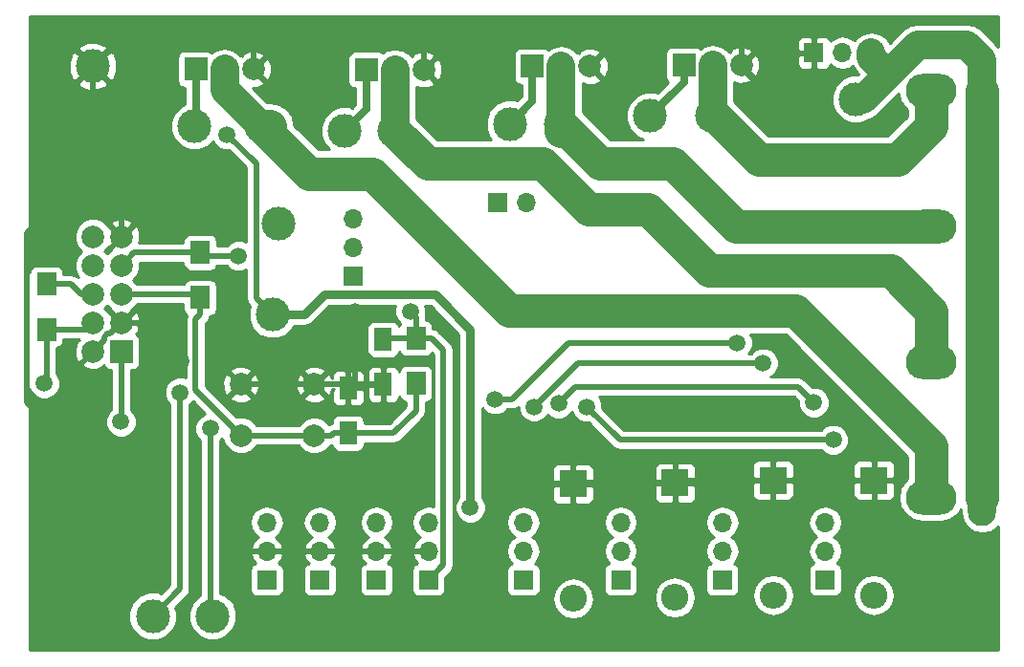
<source format=gbr>
G04 #@! TF.FileFunction,Copper,L2,Bot,Signal*
%FSLAX46Y46*%
G04 Gerber Fmt 4.6, Leading zero omitted, Abs format (unit mm)*
G04 Created by KiCad (PCBNEW 4.0.7) date Thursday, 23 May 2019 'à' 19:06:03*
%MOMM*%
%LPD*%
G01*
G04 APERTURE LIST*
%ADD10C,0.100000*%
%ADD11C,2.999740*%
%ADD12R,1.998980X1.998980*%
%ADD13C,1.998980*%
%ADD14R,2.010000X2.010000*%
%ADD15C,2.010000*%
%ADD16C,2.000000*%
%ADD17R,2.400000X2.400000*%
%ADD18O,2.400000X2.400000*%
%ADD19R,1.700000X1.700000*%
%ADD20O,1.700000X1.700000*%
%ADD21R,1.600000X2.000000*%
%ADD22O,2.500000X5.000000*%
%ADD23O,4.500000X3.000000*%
%ADD24R,1.700000X2.000000*%
%ADD25C,1.500000*%
%ADD26C,0.500000*%
%ADD27C,0.800000*%
%ADD28C,2.500000*%
%ADD29C,3.000000*%
%ADD30C,0.700000*%
%ADD31C,0.254000*%
G04 APERTURE END LIST*
D10*
D11*
X173600000Y-50000000D03*
D12*
X108640000Y-72360000D03*
D13*
X106100000Y-72360000D03*
X108640000Y-69820000D03*
X106100000Y-69820000D03*
X108640000Y-67280000D03*
X106100000Y-67280000D03*
X108640000Y-64740000D03*
X106100000Y-64740000D03*
X108640000Y-62200000D03*
X106100000Y-62200000D03*
D14*
X158400000Y-47000000D03*
D15*
X160940000Y-47000000D03*
X163480000Y-47000000D03*
D16*
X119200000Y-79800000D03*
X119200000Y-75300000D03*
X125700000Y-79800000D03*
X125700000Y-75300000D03*
D17*
X175200000Y-83800000D03*
D18*
X175200000Y-93960000D03*
D17*
X166300000Y-83800000D03*
D18*
X166300000Y-93960000D03*
D17*
X157600000Y-84000000D03*
D18*
X157600000Y-94160000D03*
D17*
X148600000Y-84100000D03*
D18*
X148600000Y-94260000D03*
D19*
X170900000Y-92600000D03*
D20*
X170900000Y-90060000D03*
X170900000Y-87520000D03*
D19*
X161800000Y-92600000D03*
D20*
X161800000Y-90060000D03*
X161800000Y-87520000D03*
D19*
X152800000Y-92600000D03*
D20*
X152800000Y-90060000D03*
X152800000Y-87520000D03*
D19*
X144200000Y-92600000D03*
D20*
X144200000Y-90060000D03*
X144200000Y-87520000D03*
D19*
X121500000Y-92600000D03*
D20*
X121500000Y-90060000D03*
X121500000Y-87520000D03*
D19*
X126200000Y-92600000D03*
D20*
X126200000Y-90060000D03*
X126200000Y-87520000D03*
D19*
X131200000Y-92600000D03*
D20*
X131200000Y-90060000D03*
X131200000Y-87520000D03*
D19*
X135800000Y-92600000D03*
D20*
X135800000Y-90060000D03*
X135800000Y-87520000D03*
D19*
X129100000Y-65700000D03*
D20*
X129100000Y-63160000D03*
X129100000Y-60620000D03*
D19*
X141900000Y-59200000D03*
D20*
X144440000Y-59200000D03*
D11*
X122500000Y-61000000D03*
D19*
X169900000Y-45900000D03*
D20*
X172440000Y-45900000D03*
X174980000Y-45900000D03*
D11*
X128400000Y-52800000D03*
X155400000Y-51500000D03*
X132800000Y-52800000D03*
X160900000Y-51500000D03*
X115100000Y-52400000D03*
X143000000Y-52200000D03*
X121000000Y-52400000D03*
X147500000Y-52200000D03*
X116700000Y-95800000D03*
X111400000Y-95800000D03*
X122000000Y-69100000D03*
X106100000Y-47100000D03*
D14*
X130300000Y-47400000D03*
D15*
X132840000Y-47400000D03*
X135380000Y-47400000D03*
D14*
X115210000Y-47360000D03*
D15*
X117750000Y-47360000D03*
X120290000Y-47360000D03*
D14*
X145000000Y-47100000D03*
D15*
X147540000Y-47100000D03*
X150080000Y-47100000D03*
D21*
X131800000Y-71300000D03*
X131800000Y-75300000D03*
X128700000Y-79600000D03*
X128700000Y-75600000D03*
D22*
X184800000Y-73300000D03*
D23*
X180300000Y-73300000D03*
D22*
X184800000Y-49300000D03*
D23*
X180300000Y-49300000D03*
D22*
X184800000Y-85300000D03*
D23*
X180300000Y-85300000D03*
D22*
X184800000Y-61300000D03*
D23*
X180300000Y-61300000D03*
D24*
X134700000Y-71200000D03*
X134700000Y-75200000D03*
X115600000Y-63600000D03*
X115600000Y-67600000D03*
X102000000Y-70400000D03*
X102000000Y-66400000D03*
D25*
X109900000Y-80800000D03*
X108100000Y-87600000D03*
X113900000Y-73200000D03*
X129300000Y-68800000D03*
X138800000Y-90000000D03*
X166600000Y-50400000D03*
X134200000Y-68800000D03*
X108600000Y-78600000D03*
X101800000Y-75200000D03*
X119000000Y-63900000D03*
X139500000Y-86200000D03*
X117984200Y-53143100D03*
X145139000Y-77258200D03*
X165400000Y-73400000D03*
X171600000Y-80200000D03*
X149803000Y-77272000D03*
X163100000Y-71600000D03*
X141700000Y-76600000D03*
X169900000Y-76900000D03*
X147300000Y-77000000D03*
X116500000Y-79200000D03*
X113800000Y-76000000D03*
D26*
X115200000Y-75800000D02*
X119200000Y-79800000D01*
X115200000Y-69500000D02*
X115200000Y-75800000D01*
X115600000Y-69100000D02*
X115200000Y-69500000D01*
X115600000Y-67600000D02*
X115600000Y-69100000D01*
X132700000Y-79600000D02*
X128700000Y-79600000D01*
X134700000Y-77600000D02*
X132700000Y-79600000D01*
X134700000Y-75200000D02*
X134700000Y-77600000D01*
X115280000Y-67280000D02*
X115600000Y-67600000D01*
X108640000Y-67280000D02*
X115280000Y-67280000D01*
X119200000Y-79800000D02*
X125700000Y-79800000D01*
X127200000Y-79800000D02*
X127400000Y-79600000D01*
X125700000Y-79800000D02*
X127200000Y-79800000D01*
X128700000Y-79600000D02*
X127400000Y-79600000D01*
X109900000Y-80800000D02*
X109900000Y-85800000D01*
X109900000Y-85800000D02*
X108100000Y-87600000D01*
X112400000Y-73200000D02*
X113900000Y-73200000D01*
X128400000Y-75300000D02*
X128700000Y-75600000D01*
X125700000Y-75300000D02*
X128400000Y-75300000D01*
X129000000Y-75300000D02*
X128700000Y-75600000D01*
X131800000Y-75300000D02*
X129000000Y-75300000D01*
X129300000Y-75000000D02*
X128700000Y-75600000D01*
X129300000Y-68800000D02*
X129300000Y-75000000D01*
X138800000Y-89800000D02*
X138800000Y-90000000D01*
X144500000Y-84100000D02*
X138800000Y-89800000D01*
X148600000Y-84100000D02*
X144500000Y-84100000D01*
X135400000Y-45958700D02*
X135400000Y-44600000D01*
X135380000Y-45978700D02*
X135400000Y-45958700D01*
X135380000Y-47400000D02*
X135380000Y-45978700D01*
X120290000Y-44710000D02*
X120400000Y-44600000D01*
X120290000Y-47360000D02*
X120290000Y-44710000D01*
X108600000Y-44600000D02*
X106100000Y-47100000D01*
X120400000Y-44600000D02*
X108600000Y-44600000D01*
X152580000Y-44600000D02*
X150080000Y-47100000D01*
X162700000Y-44600000D02*
X152580000Y-44600000D01*
X163480000Y-45380000D02*
X162700000Y-44600000D01*
X163480000Y-47000000D02*
X163480000Y-45380000D01*
X163480000Y-47280000D02*
X163480000Y-47000000D01*
X166600000Y-50400000D02*
X163480000Y-47280000D01*
X148700000Y-84000000D02*
X148600000Y-84100000D01*
X157600000Y-84000000D02*
X148700000Y-84000000D01*
X157800000Y-83800000D02*
X157600000Y-84000000D01*
X166300000Y-83800000D02*
X157800000Y-83800000D01*
X166300000Y-83800000D02*
X175200000Y-83800000D01*
X108640000Y-57900000D02*
X108640000Y-57400000D01*
X108140000Y-57900000D02*
X108640000Y-57400000D01*
X119200000Y-75300000D02*
X125700000Y-75300000D01*
X107099000Y-71360500D02*
X106100000Y-72360000D01*
X107099000Y-71091500D02*
X107099000Y-71360500D01*
X107372000Y-70819500D02*
X107099000Y-71091500D01*
X107641000Y-70819500D02*
X107372000Y-70819500D01*
X108640000Y-69820000D02*
X107641000Y-70819500D01*
X106100000Y-50300000D02*
X106100000Y-47100000D01*
X108640000Y-52840000D02*
X106100000Y-50300000D01*
X108640000Y-57400000D02*
X108640000Y-52840000D01*
X112400000Y-72166500D02*
X112400000Y-73200000D01*
X110053000Y-69820000D02*
X112400000Y-72166500D01*
X108640000Y-69820000D02*
X110053000Y-69820000D01*
X104300000Y-57900000D02*
X108100000Y-57900000D01*
X100300000Y-61900000D02*
X104300000Y-57900000D01*
X100300000Y-76900000D02*
X100300000Y-61900000D01*
X104200000Y-80800000D02*
X100300000Y-76900000D01*
X109900000Y-80800000D02*
X104200000Y-80800000D01*
X112400000Y-78300000D02*
X109900000Y-80800000D01*
X112400000Y-73200000D02*
X112400000Y-78300000D01*
X108100000Y-57900000D02*
X108140000Y-57900000D01*
X108140000Y-57900000D02*
X108640000Y-57900000D01*
X108100000Y-57900000D02*
X108140000Y-57900000D01*
X108140000Y-57900000D02*
X108640000Y-58400000D01*
X108640000Y-62200000D02*
X108640000Y-58400000D01*
X108640000Y-58400000D02*
X108640000Y-57900000D01*
X152580000Y-44600000D02*
X135400000Y-44600000D01*
X135400000Y-44600000D02*
X120400000Y-44600000D01*
X131900000Y-71200000D02*
X131800000Y-71300000D01*
X134700000Y-71200000D02*
X131900000Y-71200000D01*
X108640000Y-78560000D02*
X108600000Y-78600000D01*
X108640000Y-72360000D02*
X108640000Y-78560000D01*
X134700000Y-69300000D02*
X134700000Y-71200000D01*
X134200000Y-68800000D02*
X134700000Y-69300000D01*
X137103000Y-72253000D02*
X136050000Y-71200000D01*
X137103000Y-91297000D02*
X137103000Y-72253000D01*
X135800000Y-92600000D02*
X137103000Y-91297000D01*
X134700000Y-71200000D02*
X136050000Y-71200000D01*
X102000000Y-75000000D02*
X101800000Y-75200000D01*
X102000000Y-70400000D02*
X102000000Y-75000000D01*
X105520000Y-70400000D02*
X106100000Y-69820000D01*
X102000000Y-70400000D02*
X105520000Y-70400000D01*
X102080000Y-69820000D02*
X101840000Y-70060000D01*
X101840000Y-70060000D02*
X101600000Y-70300000D01*
X102000000Y-70220000D02*
X102000000Y-70400000D01*
X101840000Y-70060000D02*
X102000000Y-70220000D01*
X104200000Y-66400000D02*
X102000000Y-66400000D01*
X105080000Y-67280000D02*
X104200000Y-66400000D01*
X106100000Y-67280000D02*
X105080000Y-67280000D01*
X115900000Y-63900000D02*
X115600000Y-63600000D01*
X119000000Y-63900000D02*
X115900000Y-63900000D01*
X109780000Y-63600000D02*
X115600000Y-63600000D01*
X108640000Y-64740000D02*
X109780000Y-63600000D01*
D27*
X122000000Y-69100000D02*
X124800000Y-69100000D01*
X139500000Y-70400000D02*
X139500000Y-86200000D01*
X136400000Y-67300000D02*
X139500000Y-70400000D01*
X126600000Y-67300000D02*
X136400000Y-67300000D01*
X124800000Y-69100000D02*
X126600000Y-67300000D01*
D26*
X120549600Y-55708500D02*
X117984200Y-53143100D01*
X120549600Y-67649600D02*
X120549600Y-55708500D01*
X122000000Y-69100000D02*
X120549600Y-67649600D01*
D28*
X174980000Y-46280000D02*
X176500000Y-47800000D01*
X174980000Y-45900000D02*
X174980000Y-46280000D01*
X184800000Y-48878100D02*
X184800000Y-49300000D01*
D29*
X184800000Y-73300000D02*
X184800000Y-85300000D01*
X184800000Y-61300000D02*
X184800000Y-73300000D01*
X184800000Y-49300000D02*
X184800000Y-61300000D01*
D28*
X184800000Y-48878100D02*
X184800000Y-49300000D01*
X174300000Y-50000000D02*
X176500000Y-47800000D01*
X173600000Y-50000000D02*
X174300000Y-50000000D01*
X184800000Y-46600000D02*
X184800000Y-48878100D01*
X183400000Y-45200000D02*
X184800000Y-46600000D01*
X179100000Y-45200000D02*
X183400000Y-45200000D01*
X176500000Y-47800000D02*
X179100000Y-45200000D01*
D26*
X145889000Y-76508200D02*
X145139000Y-77258200D01*
X148997000Y-73400000D02*
X145889000Y-76508200D01*
X165400000Y-73400000D02*
X148997000Y-73400000D01*
D30*
X130300000Y-50900000D02*
X128400000Y-52800000D01*
X130300000Y-47400000D02*
X130300000Y-50900000D01*
D26*
X152731000Y-80200000D02*
X171600000Y-80200000D01*
X149803000Y-77272000D02*
X152731000Y-80200000D01*
D30*
X158400000Y-48500000D02*
X155400000Y-51500000D01*
X158400000Y-47000000D02*
X158400000Y-48500000D01*
D29*
X135700000Y-55700000D02*
X132800000Y-52800000D01*
X145875000Y-55700000D02*
X135700000Y-55700000D01*
X149975000Y-59800000D02*
X145875000Y-55700000D01*
X155200000Y-59800000D02*
X149975000Y-59800000D01*
X160600000Y-65200000D02*
X155200000Y-59800000D01*
X176700000Y-65200000D02*
X160600000Y-65200000D01*
X180300000Y-68800000D02*
X176700000Y-65200000D01*
X180300000Y-73300000D02*
X180300000Y-68800000D01*
D28*
X132840000Y-52760000D02*
X132800000Y-52800000D01*
X132840000Y-47400000D02*
X132840000Y-52760000D01*
X160940000Y-51460000D02*
X160900000Y-51500000D01*
X160940000Y-47000000D02*
X160940000Y-51460000D01*
D29*
X161100000Y-51500000D02*
X160900000Y-51500000D01*
X165000000Y-55400000D02*
X161100000Y-51500000D01*
X177300000Y-55400000D02*
X165000000Y-55400000D01*
X180300000Y-52400000D02*
X177300000Y-55400000D01*
X180300000Y-49300000D02*
X180300000Y-52400000D01*
D26*
X148200000Y-71600000D02*
X163100000Y-71600000D01*
X143200000Y-76600000D02*
X148200000Y-71600000D01*
X141700000Y-76600000D02*
X143200000Y-76600000D01*
D30*
X115210000Y-52290000D02*
X115100000Y-52400000D01*
X115210000Y-47360000D02*
X115210000Y-52290000D01*
D26*
X168500000Y-75500000D02*
X169900000Y-76900000D01*
X148800000Y-75500000D02*
X168500000Y-75500000D01*
X147300000Y-77000000D02*
X148800000Y-75500000D01*
D30*
X145000000Y-50200000D02*
X143000000Y-52200000D01*
X145000000Y-47100000D02*
X145000000Y-50200000D01*
D29*
X122500000Y-53899900D02*
X121000000Y-52400000D01*
X125200000Y-56600000D02*
X122500000Y-53899900D01*
X130800000Y-56600000D02*
X125200000Y-56600000D01*
X142950000Y-68750000D02*
X130800000Y-56600000D01*
X168250000Y-68750000D02*
X142950000Y-68750000D01*
X180300000Y-80800000D02*
X168250000Y-68750000D01*
X180300000Y-85300000D02*
X180300000Y-80800000D01*
D28*
X117750000Y-49150000D02*
X121000000Y-52400000D01*
X117750000Y-47360000D02*
X117750000Y-49150000D01*
D29*
X121000000Y-52400000D02*
X121800000Y-52400000D01*
X151000000Y-55700000D02*
X147500000Y-52200000D01*
X157400000Y-55700000D02*
X151000000Y-55700000D01*
X163000000Y-61300000D02*
X157400000Y-55700000D01*
X180300000Y-61300000D02*
X163000000Y-61300000D01*
X147500000Y-52800000D02*
X147500000Y-52200000D01*
D28*
X147540000Y-52160000D02*
X147500000Y-52200000D01*
X147540000Y-47100000D02*
X147540000Y-52160000D01*
D26*
X116500000Y-95600000D02*
X116700000Y-95800000D01*
X116500000Y-79200000D02*
X116500000Y-95600000D01*
X113800000Y-93400000D02*
X111400000Y-95800000D01*
X113800000Y-76000000D02*
X113800000Y-93400000D01*
D31*
G36*
X114102560Y-64600000D02*
X114146838Y-64835317D01*
X114285910Y-65051441D01*
X114498110Y-65196431D01*
X114750000Y-65247440D01*
X116450000Y-65247440D01*
X116685317Y-65203162D01*
X116901441Y-65064090D01*
X117046431Y-64851890D01*
X117059977Y-64785000D01*
X117926477Y-64785000D01*
X118214436Y-65073461D01*
X118723298Y-65284759D01*
X119274285Y-65285240D01*
X119664600Y-65123966D01*
X119664600Y-67649595D01*
X119664599Y-67649600D01*
X119712871Y-67892273D01*
X119731967Y-67988275D01*
X119835875Y-68143785D01*
X119923810Y-68275390D01*
X119999412Y-68350992D01*
X119865501Y-68673485D01*
X119864760Y-69522789D01*
X120189090Y-70307727D01*
X120789114Y-70908800D01*
X121573485Y-71234499D01*
X122422789Y-71235240D01*
X123207727Y-70910910D01*
X123808800Y-70310886D01*
X123881834Y-70135000D01*
X124799995Y-70135000D01*
X124800000Y-70135001D01*
X125196077Y-70056215D01*
X125531856Y-69831856D01*
X127028711Y-68335000D01*
X132893429Y-68335000D01*
X132815241Y-68523298D01*
X132814760Y-69074285D01*
X133025169Y-69583515D01*
X133308652Y-69867493D01*
X133253569Y-69948110D01*
X133216070Y-70133284D01*
X133203162Y-70064683D01*
X133064090Y-69848559D01*
X132851890Y-69703569D01*
X132600000Y-69652560D01*
X131000000Y-69652560D01*
X130764683Y-69696838D01*
X130548559Y-69835910D01*
X130403569Y-70048110D01*
X130352560Y-70300000D01*
X130352560Y-72300000D01*
X130396838Y-72535317D01*
X130535910Y-72751441D01*
X130748110Y-72896431D01*
X131000000Y-72947440D01*
X132600000Y-72947440D01*
X132835317Y-72903162D01*
X133051441Y-72764090D01*
X133196431Y-72551890D01*
X133233930Y-72366716D01*
X133246838Y-72435317D01*
X133385910Y-72651441D01*
X133598110Y-72796431D01*
X133850000Y-72847440D01*
X135550000Y-72847440D01*
X135785317Y-72803162D01*
X136001441Y-72664090D01*
X136107414Y-72508993D01*
X136218000Y-72619579D01*
X136218000Y-86112358D01*
X135829093Y-86035000D01*
X135770907Y-86035000D01*
X135202622Y-86148039D01*
X134720853Y-86469946D01*
X134398946Y-86951715D01*
X134285907Y-87520000D01*
X134398946Y-88088285D01*
X134720853Y-88570054D01*
X135061553Y-88797702D01*
X134918642Y-88864817D01*
X134528355Y-89293076D01*
X134358524Y-89703110D01*
X134479845Y-89933000D01*
X135673000Y-89933000D01*
X135673000Y-89913000D01*
X135927000Y-89913000D01*
X135927000Y-89933000D01*
X135947000Y-89933000D01*
X135947000Y-90187000D01*
X135927000Y-90187000D01*
X135927000Y-90207000D01*
X135673000Y-90207000D01*
X135673000Y-90187000D01*
X134479845Y-90187000D01*
X134358524Y-90416890D01*
X134528355Y-90826924D01*
X134804501Y-91129937D01*
X134714683Y-91146838D01*
X134498559Y-91285910D01*
X134353569Y-91498110D01*
X134302560Y-91750000D01*
X134302560Y-93450000D01*
X134346838Y-93685317D01*
X134485910Y-93901441D01*
X134698110Y-94046431D01*
X134950000Y-94097440D01*
X136650000Y-94097440D01*
X136885317Y-94053162D01*
X137101441Y-93914090D01*
X137246431Y-93701890D01*
X137297440Y-93450000D01*
X137297440Y-92354139D01*
X137728787Y-91922792D01*
X137728790Y-91922790D01*
X137920633Y-91635675D01*
X137988001Y-91297000D01*
X137988000Y-91296995D01*
X137988000Y-72253005D01*
X137988001Y-72253000D01*
X137931810Y-71970516D01*
X137920633Y-71914325D01*
X137728790Y-71627210D01*
X137728787Y-71627208D01*
X136675790Y-70574210D01*
X136652539Y-70558674D01*
X136388675Y-70382367D01*
X136332484Y-70371190D01*
X136197440Y-70344327D01*
X136197440Y-70200000D01*
X136153162Y-69964683D01*
X136014090Y-69748559D01*
X135801890Y-69603569D01*
X135585000Y-69559648D01*
X135585000Y-69300005D01*
X135585001Y-69300000D01*
X135554891Y-69148632D01*
X135584759Y-69076702D01*
X135585240Y-68525715D01*
X135506438Y-68335000D01*
X135971288Y-68335000D01*
X138465000Y-70828711D01*
X138465000Y-85276216D01*
X138326539Y-85414436D01*
X138115241Y-85923298D01*
X138114760Y-86474285D01*
X138325169Y-86983515D01*
X138714436Y-87373461D01*
X139223298Y-87584759D01*
X139774285Y-87585240D01*
X139932178Y-87520000D01*
X142685907Y-87520000D01*
X142798946Y-88088285D01*
X143120853Y-88570054D01*
X143450026Y-88790000D01*
X143120853Y-89009946D01*
X142798946Y-89491715D01*
X142685907Y-90060000D01*
X142798946Y-90628285D01*
X143120853Y-91110054D01*
X143162452Y-91137850D01*
X143114683Y-91146838D01*
X142898559Y-91285910D01*
X142753569Y-91498110D01*
X142702560Y-91750000D01*
X142702560Y-93450000D01*
X142746838Y-93685317D01*
X142885910Y-93901441D01*
X143098110Y-94046431D01*
X143350000Y-94097440D01*
X145050000Y-94097440D01*
X145285317Y-94053162D01*
X145501441Y-93914090D01*
X145646431Y-93701890D01*
X145697440Y-93450000D01*
X145697440Y-91750000D01*
X145653162Y-91514683D01*
X145514090Y-91298559D01*
X145301890Y-91153569D01*
X145234459Y-91139914D01*
X145279147Y-91110054D01*
X145601054Y-90628285D01*
X145714093Y-90060000D01*
X145601054Y-89491715D01*
X145279147Y-89009946D01*
X144949974Y-88790000D01*
X145279147Y-88570054D01*
X145601054Y-88088285D01*
X145714093Y-87520000D01*
X151285907Y-87520000D01*
X151398946Y-88088285D01*
X151720853Y-88570054D01*
X152050026Y-88790000D01*
X151720853Y-89009946D01*
X151398946Y-89491715D01*
X151285907Y-90060000D01*
X151398946Y-90628285D01*
X151720853Y-91110054D01*
X151762452Y-91137850D01*
X151714683Y-91146838D01*
X151498559Y-91285910D01*
X151353569Y-91498110D01*
X151302560Y-91750000D01*
X151302560Y-93450000D01*
X151346838Y-93685317D01*
X151485910Y-93901441D01*
X151698110Y-94046431D01*
X151950000Y-94097440D01*
X153650000Y-94097440D01*
X153885317Y-94053162D01*
X154101441Y-93914090D01*
X154246431Y-93701890D01*
X154297440Y-93450000D01*
X154297440Y-91750000D01*
X154253162Y-91514683D01*
X154114090Y-91298559D01*
X153901890Y-91153569D01*
X153834459Y-91139914D01*
X153879147Y-91110054D01*
X154201054Y-90628285D01*
X154314093Y-90060000D01*
X154201054Y-89491715D01*
X153879147Y-89009946D01*
X153549974Y-88790000D01*
X153879147Y-88570054D01*
X154201054Y-88088285D01*
X154314093Y-87520000D01*
X160285907Y-87520000D01*
X160398946Y-88088285D01*
X160720853Y-88570054D01*
X161050026Y-88790000D01*
X160720853Y-89009946D01*
X160398946Y-89491715D01*
X160285907Y-90060000D01*
X160398946Y-90628285D01*
X160720853Y-91110054D01*
X160762452Y-91137850D01*
X160714683Y-91146838D01*
X160498559Y-91285910D01*
X160353569Y-91498110D01*
X160302560Y-91750000D01*
X160302560Y-93450000D01*
X160346838Y-93685317D01*
X160485910Y-93901441D01*
X160698110Y-94046431D01*
X160950000Y-94097440D01*
X162650000Y-94097440D01*
X162885317Y-94053162D01*
X163085962Y-93924050D01*
X164465000Y-93924050D01*
X164465000Y-93995950D01*
X164604681Y-94698174D01*
X165002459Y-95293491D01*
X165597776Y-95691269D01*
X166300000Y-95830950D01*
X167002224Y-95691269D01*
X167597541Y-95293491D01*
X167995319Y-94698174D01*
X168135000Y-93995950D01*
X168135000Y-93924050D01*
X167995319Y-93221826D01*
X167597541Y-92626509D01*
X167002224Y-92228731D01*
X166300000Y-92089050D01*
X165597776Y-92228731D01*
X165002459Y-92626509D01*
X164604681Y-93221826D01*
X164465000Y-93924050D01*
X163085962Y-93924050D01*
X163101441Y-93914090D01*
X163246431Y-93701890D01*
X163297440Y-93450000D01*
X163297440Y-91750000D01*
X163253162Y-91514683D01*
X163114090Y-91298559D01*
X162901890Y-91153569D01*
X162834459Y-91139914D01*
X162879147Y-91110054D01*
X163201054Y-90628285D01*
X163314093Y-90060000D01*
X163201054Y-89491715D01*
X162879147Y-89009946D01*
X162549974Y-88790000D01*
X162879147Y-88570054D01*
X163201054Y-88088285D01*
X163314093Y-87520000D01*
X169385907Y-87520000D01*
X169498946Y-88088285D01*
X169820853Y-88570054D01*
X170150026Y-88790000D01*
X169820853Y-89009946D01*
X169498946Y-89491715D01*
X169385907Y-90060000D01*
X169498946Y-90628285D01*
X169820853Y-91110054D01*
X169862452Y-91137850D01*
X169814683Y-91146838D01*
X169598559Y-91285910D01*
X169453569Y-91498110D01*
X169402560Y-91750000D01*
X169402560Y-93450000D01*
X169446838Y-93685317D01*
X169585910Y-93901441D01*
X169798110Y-94046431D01*
X170050000Y-94097440D01*
X171750000Y-94097440D01*
X171985317Y-94053162D01*
X172185962Y-93924050D01*
X173365000Y-93924050D01*
X173365000Y-93995950D01*
X173504681Y-94698174D01*
X173902459Y-95293491D01*
X174497776Y-95691269D01*
X175200000Y-95830950D01*
X175902224Y-95691269D01*
X176497541Y-95293491D01*
X176895319Y-94698174D01*
X177035000Y-93995950D01*
X177035000Y-93924050D01*
X176895319Y-93221826D01*
X176497541Y-92626509D01*
X175902224Y-92228731D01*
X175200000Y-92089050D01*
X174497776Y-92228731D01*
X173902459Y-92626509D01*
X173504681Y-93221826D01*
X173365000Y-93924050D01*
X172185962Y-93924050D01*
X172201441Y-93914090D01*
X172346431Y-93701890D01*
X172397440Y-93450000D01*
X172397440Y-91750000D01*
X172353162Y-91514683D01*
X172214090Y-91298559D01*
X172001890Y-91153569D01*
X171934459Y-91139914D01*
X171979147Y-91110054D01*
X172301054Y-90628285D01*
X172414093Y-90060000D01*
X172301054Y-89491715D01*
X171979147Y-89009946D01*
X171649974Y-88790000D01*
X171979147Y-88570054D01*
X172301054Y-88088285D01*
X172414093Y-87520000D01*
X172301054Y-86951715D01*
X171979147Y-86469946D01*
X171497378Y-86148039D01*
X170929093Y-86035000D01*
X170870907Y-86035000D01*
X170302622Y-86148039D01*
X169820853Y-86469946D01*
X169498946Y-86951715D01*
X169385907Y-87520000D01*
X163314093Y-87520000D01*
X163201054Y-86951715D01*
X162879147Y-86469946D01*
X162397378Y-86148039D01*
X161829093Y-86035000D01*
X161770907Y-86035000D01*
X161202622Y-86148039D01*
X160720853Y-86469946D01*
X160398946Y-86951715D01*
X160285907Y-87520000D01*
X154314093Y-87520000D01*
X154201054Y-86951715D01*
X153879147Y-86469946D01*
X153397378Y-86148039D01*
X152829093Y-86035000D01*
X152770907Y-86035000D01*
X152202622Y-86148039D01*
X151720853Y-86469946D01*
X151398946Y-86951715D01*
X151285907Y-87520000D01*
X145714093Y-87520000D01*
X145601054Y-86951715D01*
X145279147Y-86469946D01*
X144797378Y-86148039D01*
X144229093Y-86035000D01*
X144170907Y-86035000D01*
X143602622Y-86148039D01*
X143120853Y-86469946D01*
X142798946Y-86951715D01*
X142685907Y-87520000D01*
X139932178Y-87520000D01*
X140283515Y-87374831D01*
X140673461Y-86985564D01*
X140884759Y-86476702D01*
X140885240Y-85925715D01*
X140674831Y-85416485D01*
X140535000Y-85276410D01*
X140535000Y-84385750D01*
X146765000Y-84385750D01*
X146765000Y-85426309D01*
X146861673Y-85659698D01*
X147040301Y-85838327D01*
X147273690Y-85935000D01*
X148314250Y-85935000D01*
X148473000Y-85776250D01*
X148473000Y-84227000D01*
X148727000Y-84227000D01*
X148727000Y-85776250D01*
X148885750Y-85935000D01*
X149926310Y-85935000D01*
X150159699Y-85838327D01*
X150338327Y-85659698D01*
X150435000Y-85426309D01*
X150435000Y-84385750D01*
X150335000Y-84285750D01*
X155765000Y-84285750D01*
X155765000Y-85326309D01*
X155861673Y-85559698D01*
X156040301Y-85738327D01*
X156273690Y-85835000D01*
X157314250Y-85835000D01*
X157473000Y-85676250D01*
X157473000Y-84127000D01*
X157727000Y-84127000D01*
X157727000Y-85676250D01*
X157885750Y-85835000D01*
X158926310Y-85835000D01*
X159159699Y-85738327D01*
X159338327Y-85559698D01*
X159435000Y-85326309D01*
X159435000Y-84285750D01*
X159276250Y-84127000D01*
X157727000Y-84127000D01*
X157473000Y-84127000D01*
X155923750Y-84127000D01*
X155765000Y-84285750D01*
X150335000Y-84285750D01*
X150276250Y-84227000D01*
X148727000Y-84227000D01*
X148473000Y-84227000D01*
X146923750Y-84227000D01*
X146765000Y-84385750D01*
X140535000Y-84385750D01*
X140535000Y-84085750D01*
X164465000Y-84085750D01*
X164465000Y-85126309D01*
X164561673Y-85359698D01*
X164740301Y-85538327D01*
X164973690Y-85635000D01*
X166014250Y-85635000D01*
X166173000Y-85476250D01*
X166173000Y-83927000D01*
X166427000Y-83927000D01*
X166427000Y-85476250D01*
X166585750Y-85635000D01*
X167626310Y-85635000D01*
X167859699Y-85538327D01*
X168038327Y-85359698D01*
X168135000Y-85126309D01*
X168135000Y-84085750D01*
X173365000Y-84085750D01*
X173365000Y-85126309D01*
X173461673Y-85359698D01*
X173640301Y-85538327D01*
X173873690Y-85635000D01*
X174914250Y-85635000D01*
X175073000Y-85476250D01*
X175073000Y-83927000D01*
X175327000Y-83927000D01*
X175327000Y-85476250D01*
X175485750Y-85635000D01*
X176526310Y-85635000D01*
X176759699Y-85538327D01*
X176938327Y-85359698D01*
X177035000Y-85126309D01*
X177035000Y-84085750D01*
X176876250Y-83927000D01*
X175327000Y-83927000D01*
X175073000Y-83927000D01*
X173523750Y-83927000D01*
X173365000Y-84085750D01*
X168135000Y-84085750D01*
X167976250Y-83927000D01*
X166427000Y-83927000D01*
X166173000Y-83927000D01*
X164623750Y-83927000D01*
X164465000Y-84085750D01*
X140535000Y-84085750D01*
X140535000Y-82773691D01*
X146765000Y-82773691D01*
X146765000Y-83814250D01*
X146923750Y-83973000D01*
X148473000Y-83973000D01*
X148473000Y-82423750D01*
X148727000Y-82423750D01*
X148727000Y-83973000D01*
X150276250Y-83973000D01*
X150435000Y-83814250D01*
X150435000Y-82773691D01*
X150393579Y-82673691D01*
X155765000Y-82673691D01*
X155765000Y-83714250D01*
X155923750Y-83873000D01*
X157473000Y-83873000D01*
X157473000Y-82323750D01*
X157727000Y-82323750D01*
X157727000Y-83873000D01*
X159276250Y-83873000D01*
X159435000Y-83714250D01*
X159435000Y-82673691D01*
X159352158Y-82473691D01*
X164465000Y-82473691D01*
X164465000Y-83514250D01*
X164623750Y-83673000D01*
X166173000Y-83673000D01*
X166173000Y-82123750D01*
X166427000Y-82123750D01*
X166427000Y-83673000D01*
X167976250Y-83673000D01*
X168135000Y-83514250D01*
X168135000Y-82473691D01*
X173365000Y-82473691D01*
X173365000Y-83514250D01*
X173523750Y-83673000D01*
X175073000Y-83673000D01*
X175073000Y-82123750D01*
X175327000Y-82123750D01*
X175327000Y-83673000D01*
X176876250Y-83673000D01*
X177035000Y-83514250D01*
X177035000Y-82473691D01*
X176938327Y-82240302D01*
X176759699Y-82061673D01*
X176526310Y-81965000D01*
X175485750Y-81965000D01*
X175327000Y-82123750D01*
X175073000Y-82123750D01*
X174914250Y-81965000D01*
X173873690Y-81965000D01*
X173640301Y-82061673D01*
X173461673Y-82240302D01*
X173365000Y-82473691D01*
X168135000Y-82473691D01*
X168038327Y-82240302D01*
X167859699Y-82061673D01*
X167626310Y-81965000D01*
X166585750Y-81965000D01*
X166427000Y-82123750D01*
X166173000Y-82123750D01*
X166014250Y-81965000D01*
X164973690Y-81965000D01*
X164740301Y-82061673D01*
X164561673Y-82240302D01*
X164465000Y-82473691D01*
X159352158Y-82473691D01*
X159338327Y-82440302D01*
X159159699Y-82261673D01*
X158926310Y-82165000D01*
X157885750Y-82165000D01*
X157727000Y-82323750D01*
X157473000Y-82323750D01*
X157314250Y-82165000D01*
X156273690Y-82165000D01*
X156040301Y-82261673D01*
X155861673Y-82440302D01*
X155765000Y-82673691D01*
X150393579Y-82673691D01*
X150338327Y-82540302D01*
X150159699Y-82361673D01*
X149926310Y-82265000D01*
X148885750Y-82265000D01*
X148727000Y-82423750D01*
X148473000Y-82423750D01*
X148314250Y-82265000D01*
X147273690Y-82265000D01*
X147040301Y-82361673D01*
X146861673Y-82540302D01*
X146765000Y-82773691D01*
X140535000Y-82773691D01*
X140535000Y-77393363D01*
X140914436Y-77773461D01*
X141423298Y-77984759D01*
X141974285Y-77985240D01*
X142483515Y-77774831D01*
X142773852Y-77485000D01*
X143199995Y-77485000D01*
X143200000Y-77485001D01*
X143500789Y-77425169D01*
X143538675Y-77417633D01*
X143753986Y-77273768D01*
X143753760Y-77532485D01*
X143964169Y-78041715D01*
X144353436Y-78431661D01*
X144862298Y-78642959D01*
X145413285Y-78643440D01*
X145922515Y-78433031D01*
X146312461Y-78043764D01*
X146333760Y-77992470D01*
X146514436Y-78173461D01*
X147023298Y-78384759D01*
X147574285Y-78385240D01*
X148083515Y-78174831D01*
X148473461Y-77785564D01*
X148495098Y-77733457D01*
X148628169Y-78055515D01*
X149017436Y-78445461D01*
X149526298Y-78656759D01*
X149936537Y-78657117D01*
X152105208Y-80825787D01*
X152105210Y-80825790D01*
X152392325Y-81017633D01*
X152731000Y-81085000D01*
X170526477Y-81085000D01*
X170814436Y-81373461D01*
X171323298Y-81584759D01*
X171874285Y-81585240D01*
X172383515Y-81374831D01*
X172773461Y-80985564D01*
X172984759Y-80476702D01*
X172985240Y-79925715D01*
X172774831Y-79416485D01*
X172385564Y-79026539D01*
X171876702Y-78815241D01*
X171325715Y-78814760D01*
X170816485Y-79025169D01*
X170526148Y-79315000D01*
X153097579Y-79315000D01*
X151187884Y-77405304D01*
X151188240Y-76997715D01*
X150977831Y-76488485D01*
X150874526Y-76385000D01*
X168133420Y-76385000D01*
X168515116Y-76766695D01*
X168514760Y-77174285D01*
X168725169Y-77683515D01*
X169114436Y-78073461D01*
X169623298Y-78284759D01*
X170174285Y-78285240D01*
X170683515Y-78074831D01*
X171073461Y-77685564D01*
X171284759Y-77176702D01*
X171285240Y-76625715D01*
X171074831Y-76116485D01*
X170685564Y-75726539D01*
X170176702Y-75515241D01*
X169766462Y-75514883D01*
X169125790Y-74874210D01*
X169054445Y-74826539D01*
X168838675Y-74682367D01*
X168782484Y-74671190D01*
X168500000Y-74614999D01*
X168499995Y-74615000D01*
X166086298Y-74615000D01*
X166183515Y-74574831D01*
X166573461Y-74185564D01*
X166784759Y-73676702D01*
X166785240Y-73125715D01*
X166574831Y-72616485D01*
X166185564Y-72226539D01*
X165676702Y-72015241D01*
X165125715Y-72014760D01*
X164616485Y-72225169D01*
X164326148Y-72515000D01*
X164143799Y-72515000D01*
X164273461Y-72385564D01*
X164484759Y-71876702D01*
X164485240Y-71325715D01*
X164303141Y-70885000D01*
X167365654Y-70885000D01*
X178165000Y-81684346D01*
X178165000Y-83669258D01*
X177983807Y-83790327D01*
X177520997Y-84482971D01*
X177358480Y-85300000D01*
X177520997Y-86117029D01*
X177983807Y-86809673D01*
X178676451Y-87272483D01*
X179493480Y-87435000D01*
X181106520Y-87435000D01*
X181923549Y-87272483D01*
X182616193Y-86809673D01*
X182915000Y-86362477D01*
X182915000Y-86611418D01*
X183058487Y-87332776D01*
X183467104Y-87944314D01*
X184078642Y-88352931D01*
X184800000Y-88496418D01*
X185521358Y-88352931D01*
X186132896Y-87944314D01*
X186190000Y-87858852D01*
X186190000Y-98790000D01*
X100510000Y-98790000D01*
X100510000Y-75704784D01*
X100625169Y-75983515D01*
X101014436Y-76373461D01*
X101523298Y-76584759D01*
X102074285Y-76585240D01*
X102583515Y-76374831D01*
X102973461Y-75985564D01*
X103184759Y-75476702D01*
X103185240Y-74925715D01*
X102974831Y-74416485D01*
X102885000Y-74326497D01*
X102885000Y-72040854D01*
X103085317Y-72003162D01*
X103301441Y-71864090D01*
X103446431Y-71651890D01*
X103497440Y-71400000D01*
X103497440Y-71285000D01*
X104845392Y-71285000D01*
X104947836Y-71387444D01*
X104681035Y-71486042D01*
X104454599Y-72095582D01*
X104478659Y-72745377D01*
X104681035Y-73233958D01*
X104947837Y-73332557D01*
X105920395Y-72360000D01*
X105906252Y-72345858D01*
X106085858Y-72166252D01*
X106100000Y-72180395D01*
X106114142Y-72166252D01*
X106293748Y-72345858D01*
X106279605Y-72360000D01*
X106293748Y-72374142D01*
X106114142Y-72553748D01*
X106100000Y-72539605D01*
X105127443Y-73512163D01*
X105226042Y-73778965D01*
X105835582Y-74005401D01*
X106485377Y-73981341D01*
X106973958Y-73778965D01*
X107040313Y-73599414D01*
X107176420Y-73810931D01*
X107388620Y-73955921D01*
X107640510Y-74006930D01*
X107755000Y-74006930D01*
X107755000Y-77486547D01*
X107426539Y-77814436D01*
X107215241Y-78323298D01*
X107214760Y-78874285D01*
X107425169Y-79383515D01*
X107814436Y-79773461D01*
X108323298Y-79984759D01*
X108874285Y-79985240D01*
X109383515Y-79774831D01*
X109773461Y-79385564D01*
X109984759Y-78876702D01*
X109985240Y-78325715D01*
X109774831Y-77816485D01*
X109525000Y-77566218D01*
X109525000Y-74006930D01*
X109639490Y-74006930D01*
X109874807Y-73962652D01*
X110090931Y-73823580D01*
X110235921Y-73611380D01*
X110286930Y-73359490D01*
X110286930Y-71360510D01*
X110242652Y-71125193D01*
X110103580Y-70909069D01*
X109891380Y-70764079D01*
X109877066Y-70761180D01*
X110058965Y-70693958D01*
X110285401Y-70084418D01*
X110261341Y-69434623D01*
X110058965Y-68946042D01*
X109792163Y-68847443D01*
X108819605Y-69820000D01*
X108833748Y-69834142D01*
X108654142Y-70013748D01*
X108640000Y-69999605D01*
X108625858Y-70013748D01*
X108446252Y-69834142D01*
X108460395Y-69820000D01*
X107487837Y-68847443D01*
X107451901Y-68860724D01*
X107141520Y-68549801D01*
X107370199Y-68321520D01*
X107680539Y-68632401D01*
X107667443Y-68667837D01*
X108640000Y-69640395D01*
X109612557Y-68667837D01*
X109599276Y-68631901D01*
X110024846Y-68207073D01*
X110042316Y-68165000D01*
X114102560Y-68165000D01*
X114102560Y-68600000D01*
X114146838Y-68835317D01*
X114285910Y-69051441D01*
X114402541Y-69131132D01*
X114382367Y-69161325D01*
X114382367Y-69161326D01*
X114314999Y-69500000D01*
X114315000Y-69500005D01*
X114315000Y-74714191D01*
X114076702Y-74615241D01*
X113525715Y-74614760D01*
X113016485Y-74825169D01*
X112626539Y-75214436D01*
X112415241Y-75723298D01*
X112414760Y-76274285D01*
X112625169Y-76783515D01*
X112915000Y-77073852D01*
X112915000Y-93033421D01*
X112149009Y-93799412D01*
X111826515Y-93665501D01*
X110977211Y-93664760D01*
X110192273Y-93989090D01*
X109591200Y-94589114D01*
X109265501Y-95373485D01*
X109264760Y-96222789D01*
X109589090Y-97007727D01*
X110189114Y-97608800D01*
X110973485Y-97934499D01*
X111822789Y-97935240D01*
X112607727Y-97610910D01*
X113208800Y-97010886D01*
X113534499Y-96226515D01*
X113535240Y-95377211D01*
X113400489Y-95051090D01*
X114425787Y-94025792D01*
X114425790Y-94025790D01*
X114617633Y-93738675D01*
X114617634Y-93738674D01*
X114685001Y-93400000D01*
X114685000Y-93399995D01*
X114685000Y-77073523D01*
X114953705Y-76805285D01*
X116039941Y-77891520D01*
X115716485Y-78025169D01*
X115326539Y-78414436D01*
X115115241Y-78923298D01*
X115114760Y-79474285D01*
X115325169Y-79983515D01*
X115615000Y-80273852D01*
X115615000Y-93938380D01*
X115492273Y-93989090D01*
X114891200Y-94589114D01*
X114565501Y-95373485D01*
X114564760Y-96222789D01*
X114889090Y-97007727D01*
X115489114Y-97608800D01*
X116273485Y-97934499D01*
X117122789Y-97935240D01*
X117907727Y-97610910D01*
X118508800Y-97010886D01*
X118834499Y-96226515D01*
X118835240Y-95377211D01*
X118510910Y-94592273D01*
X118143330Y-94224050D01*
X146765000Y-94224050D01*
X146765000Y-94295950D01*
X146904681Y-94998174D01*
X147302459Y-95593491D01*
X147897776Y-95991269D01*
X148600000Y-96130950D01*
X149302224Y-95991269D01*
X149897541Y-95593491D01*
X150295319Y-94998174D01*
X150435000Y-94295950D01*
X150435000Y-94224050D01*
X150415109Y-94124050D01*
X155765000Y-94124050D01*
X155765000Y-94195950D01*
X155904681Y-94898174D01*
X156302459Y-95493491D01*
X156897776Y-95891269D01*
X157600000Y-96030950D01*
X158302224Y-95891269D01*
X158897541Y-95493491D01*
X159295319Y-94898174D01*
X159435000Y-94195950D01*
X159435000Y-94124050D01*
X159295319Y-93421826D01*
X158897541Y-92826509D01*
X158302224Y-92428731D01*
X157600000Y-92289050D01*
X156897776Y-92428731D01*
X156302459Y-92826509D01*
X155904681Y-93421826D01*
X155765000Y-94124050D01*
X150415109Y-94124050D01*
X150295319Y-93521826D01*
X149897541Y-92926509D01*
X149302224Y-92528731D01*
X148600000Y-92389050D01*
X147897776Y-92528731D01*
X147302459Y-92926509D01*
X146904681Y-93521826D01*
X146765000Y-94224050D01*
X118143330Y-94224050D01*
X117910886Y-93991200D01*
X117385000Y-93772833D01*
X117385000Y-91750000D01*
X120002560Y-91750000D01*
X120002560Y-93450000D01*
X120046838Y-93685317D01*
X120185910Y-93901441D01*
X120398110Y-94046431D01*
X120650000Y-94097440D01*
X122350000Y-94097440D01*
X122585317Y-94053162D01*
X122801441Y-93914090D01*
X122946431Y-93701890D01*
X122997440Y-93450000D01*
X122997440Y-91750000D01*
X124702560Y-91750000D01*
X124702560Y-93450000D01*
X124746838Y-93685317D01*
X124885910Y-93901441D01*
X125098110Y-94046431D01*
X125350000Y-94097440D01*
X127050000Y-94097440D01*
X127285317Y-94053162D01*
X127501441Y-93914090D01*
X127646431Y-93701890D01*
X127697440Y-93450000D01*
X127697440Y-91750000D01*
X129702560Y-91750000D01*
X129702560Y-93450000D01*
X129746838Y-93685317D01*
X129885910Y-93901441D01*
X130098110Y-94046431D01*
X130350000Y-94097440D01*
X132050000Y-94097440D01*
X132285317Y-94053162D01*
X132501441Y-93914090D01*
X132646431Y-93701890D01*
X132697440Y-93450000D01*
X132697440Y-91750000D01*
X132653162Y-91514683D01*
X132514090Y-91298559D01*
X132301890Y-91153569D01*
X132193893Y-91131699D01*
X132471645Y-90826924D01*
X132641476Y-90416890D01*
X132520155Y-90187000D01*
X131327000Y-90187000D01*
X131327000Y-90207000D01*
X131073000Y-90207000D01*
X131073000Y-90187000D01*
X129879845Y-90187000D01*
X129758524Y-90416890D01*
X129928355Y-90826924D01*
X130204501Y-91129937D01*
X130114683Y-91146838D01*
X129898559Y-91285910D01*
X129753569Y-91498110D01*
X129702560Y-91750000D01*
X127697440Y-91750000D01*
X127653162Y-91514683D01*
X127514090Y-91298559D01*
X127301890Y-91153569D01*
X127193893Y-91131699D01*
X127471645Y-90826924D01*
X127641476Y-90416890D01*
X127520155Y-90187000D01*
X126327000Y-90187000D01*
X126327000Y-90207000D01*
X126073000Y-90207000D01*
X126073000Y-90187000D01*
X124879845Y-90187000D01*
X124758524Y-90416890D01*
X124928355Y-90826924D01*
X125204501Y-91129937D01*
X125114683Y-91146838D01*
X124898559Y-91285910D01*
X124753569Y-91498110D01*
X124702560Y-91750000D01*
X122997440Y-91750000D01*
X122953162Y-91514683D01*
X122814090Y-91298559D01*
X122601890Y-91153569D01*
X122493893Y-91131699D01*
X122771645Y-90826924D01*
X122941476Y-90416890D01*
X122820155Y-90187000D01*
X121627000Y-90187000D01*
X121627000Y-90207000D01*
X121373000Y-90207000D01*
X121373000Y-90187000D01*
X120179845Y-90187000D01*
X120058524Y-90416890D01*
X120228355Y-90826924D01*
X120504501Y-91129937D01*
X120414683Y-91146838D01*
X120198559Y-91285910D01*
X120053569Y-91498110D01*
X120002560Y-91750000D01*
X117385000Y-91750000D01*
X117385000Y-87520000D01*
X119985907Y-87520000D01*
X120098946Y-88088285D01*
X120420853Y-88570054D01*
X120761553Y-88797702D01*
X120618642Y-88864817D01*
X120228355Y-89293076D01*
X120058524Y-89703110D01*
X120179845Y-89933000D01*
X121373000Y-89933000D01*
X121373000Y-89913000D01*
X121627000Y-89913000D01*
X121627000Y-89933000D01*
X122820155Y-89933000D01*
X122941476Y-89703110D01*
X122771645Y-89293076D01*
X122381358Y-88864817D01*
X122238447Y-88797702D01*
X122579147Y-88570054D01*
X122901054Y-88088285D01*
X123014093Y-87520000D01*
X124685907Y-87520000D01*
X124798946Y-88088285D01*
X125120853Y-88570054D01*
X125461553Y-88797702D01*
X125318642Y-88864817D01*
X124928355Y-89293076D01*
X124758524Y-89703110D01*
X124879845Y-89933000D01*
X126073000Y-89933000D01*
X126073000Y-89913000D01*
X126327000Y-89913000D01*
X126327000Y-89933000D01*
X127520155Y-89933000D01*
X127641476Y-89703110D01*
X127471645Y-89293076D01*
X127081358Y-88864817D01*
X126938447Y-88797702D01*
X127279147Y-88570054D01*
X127601054Y-88088285D01*
X127714093Y-87520000D01*
X129685907Y-87520000D01*
X129798946Y-88088285D01*
X130120853Y-88570054D01*
X130461553Y-88797702D01*
X130318642Y-88864817D01*
X129928355Y-89293076D01*
X129758524Y-89703110D01*
X129879845Y-89933000D01*
X131073000Y-89933000D01*
X131073000Y-89913000D01*
X131327000Y-89913000D01*
X131327000Y-89933000D01*
X132520155Y-89933000D01*
X132641476Y-89703110D01*
X132471645Y-89293076D01*
X132081358Y-88864817D01*
X131938447Y-88797702D01*
X132279147Y-88570054D01*
X132601054Y-88088285D01*
X132714093Y-87520000D01*
X132601054Y-86951715D01*
X132279147Y-86469946D01*
X131797378Y-86148039D01*
X131229093Y-86035000D01*
X131170907Y-86035000D01*
X130602622Y-86148039D01*
X130120853Y-86469946D01*
X129798946Y-86951715D01*
X129685907Y-87520000D01*
X127714093Y-87520000D01*
X127601054Y-86951715D01*
X127279147Y-86469946D01*
X126797378Y-86148039D01*
X126229093Y-86035000D01*
X126170907Y-86035000D01*
X125602622Y-86148039D01*
X125120853Y-86469946D01*
X124798946Y-86951715D01*
X124685907Y-87520000D01*
X123014093Y-87520000D01*
X122901054Y-86951715D01*
X122579147Y-86469946D01*
X122097378Y-86148039D01*
X121529093Y-86035000D01*
X121470907Y-86035000D01*
X120902622Y-86148039D01*
X120420853Y-86469946D01*
X120098946Y-86951715D01*
X119985907Y-87520000D01*
X117385000Y-87520000D01*
X117385000Y-80273523D01*
X117564742Y-80094094D01*
X117564716Y-80123795D01*
X117813106Y-80724943D01*
X118272637Y-81185278D01*
X118873352Y-81434716D01*
X119523795Y-81435284D01*
X120124943Y-81186894D01*
X120585278Y-80727363D01*
X120602869Y-80685000D01*
X124296602Y-80685000D01*
X124313106Y-80724943D01*
X124772637Y-81185278D01*
X125373352Y-81434716D01*
X126023795Y-81435284D01*
X126624943Y-81186894D01*
X127085278Y-80727363D01*
X127102869Y-80685000D01*
X127199995Y-80685000D01*
X127200000Y-80685001D01*
X127266081Y-80671856D01*
X127296838Y-80835317D01*
X127435910Y-81051441D01*
X127648110Y-81196431D01*
X127900000Y-81247440D01*
X129500000Y-81247440D01*
X129735317Y-81203162D01*
X129951441Y-81064090D01*
X130096431Y-80851890D01*
X130147440Y-80600000D01*
X130147440Y-80485000D01*
X132699995Y-80485000D01*
X132700000Y-80485001D01*
X132997672Y-80425789D01*
X133038675Y-80417633D01*
X133325790Y-80225790D01*
X133325791Y-80225789D01*
X135325787Y-78225792D01*
X135325790Y-78225790D01*
X135517633Y-77938675D01*
X135525766Y-77897790D01*
X135585001Y-77600000D01*
X135585000Y-77599995D01*
X135585000Y-76840854D01*
X135785317Y-76803162D01*
X136001441Y-76664090D01*
X136146431Y-76451890D01*
X136197440Y-76200000D01*
X136197440Y-74200000D01*
X136153162Y-73964683D01*
X136014090Y-73748559D01*
X135801890Y-73603569D01*
X135550000Y-73552560D01*
X133850000Y-73552560D01*
X133614683Y-73596838D01*
X133398559Y-73735910D01*
X133253569Y-73948110D01*
X133216790Y-74129729D01*
X133138327Y-73940302D01*
X132959699Y-73761673D01*
X132726310Y-73665000D01*
X132085750Y-73665000D01*
X131927000Y-73823750D01*
X131927000Y-75173000D01*
X131947000Y-75173000D01*
X131947000Y-75427000D01*
X131927000Y-75427000D01*
X131927000Y-76776250D01*
X132085750Y-76935000D01*
X132726310Y-76935000D01*
X132959699Y-76838327D01*
X133138327Y-76659698D01*
X133235000Y-76426309D01*
X133235000Y-76372404D01*
X133246838Y-76435317D01*
X133385910Y-76651441D01*
X133598110Y-76796431D01*
X133815000Y-76840352D01*
X133815000Y-77233421D01*
X132333420Y-78715000D01*
X130147440Y-78715000D01*
X130147440Y-78600000D01*
X130103162Y-78364683D01*
X129964090Y-78148559D01*
X129751890Y-78003569D01*
X129500000Y-77952560D01*
X127900000Y-77952560D01*
X127664683Y-77996838D01*
X127448559Y-78135910D01*
X127303569Y-78348110D01*
X127252560Y-78600000D01*
X127252560Y-78744327D01*
X127117516Y-78771190D01*
X127061325Y-78782367D01*
X127021158Y-78809206D01*
X126627363Y-78414722D01*
X126026648Y-78165284D01*
X125376205Y-78164716D01*
X124775057Y-78413106D01*
X124314722Y-78872637D01*
X124297131Y-78915000D01*
X120603398Y-78915000D01*
X120586894Y-78875057D01*
X120127363Y-78414722D01*
X119526648Y-78165284D01*
X118876205Y-78164716D01*
X118833812Y-78182233D01*
X117104112Y-76452532D01*
X118227073Y-76452532D01*
X118325736Y-76719387D01*
X118935461Y-76945908D01*
X119585460Y-76921856D01*
X120074264Y-76719387D01*
X120172927Y-76452532D01*
X124727073Y-76452532D01*
X124825736Y-76719387D01*
X125435461Y-76945908D01*
X126085460Y-76921856D01*
X126574264Y-76719387D01*
X126672927Y-76452532D01*
X125700000Y-75479605D01*
X124727073Y-76452532D01*
X120172927Y-76452532D01*
X119200000Y-75479605D01*
X118227073Y-76452532D01*
X117104112Y-76452532D01*
X116085000Y-75433420D01*
X116085000Y-75035461D01*
X117554092Y-75035461D01*
X117578144Y-75685460D01*
X117780613Y-76174264D01*
X118047468Y-76272927D01*
X119020395Y-75300000D01*
X119379605Y-75300000D01*
X120352532Y-76272927D01*
X120619387Y-76174264D01*
X120845908Y-75564539D01*
X120826331Y-75035461D01*
X124054092Y-75035461D01*
X124078144Y-75685460D01*
X124280613Y-76174264D01*
X124547468Y-76272927D01*
X125520395Y-75300000D01*
X125879605Y-75300000D01*
X126852532Y-76272927D01*
X127119387Y-76174264D01*
X127285551Y-75727002D01*
X127423748Y-75727002D01*
X127265000Y-75885750D01*
X127265000Y-76726309D01*
X127361673Y-76959698D01*
X127540301Y-77138327D01*
X127773690Y-77235000D01*
X128414250Y-77235000D01*
X128573000Y-77076250D01*
X128573000Y-75727000D01*
X128827000Y-75727000D01*
X128827000Y-77076250D01*
X128985750Y-77235000D01*
X129626310Y-77235000D01*
X129859699Y-77138327D01*
X130038327Y-76959698D01*
X130135000Y-76726309D01*
X130135000Y-75885750D01*
X129976250Y-75727000D01*
X128827000Y-75727000D01*
X128573000Y-75727000D01*
X128553000Y-75727000D01*
X128553000Y-75585750D01*
X130365000Y-75585750D01*
X130365000Y-76426309D01*
X130461673Y-76659698D01*
X130640301Y-76838327D01*
X130873690Y-76935000D01*
X131514250Y-76935000D01*
X131673000Y-76776250D01*
X131673000Y-75427000D01*
X130523750Y-75427000D01*
X130365000Y-75585750D01*
X128553000Y-75585750D01*
X128553000Y-75473000D01*
X128573000Y-75473000D01*
X128573000Y-74123750D01*
X128827000Y-74123750D01*
X128827000Y-75473000D01*
X129976250Y-75473000D01*
X130135000Y-75314250D01*
X130135000Y-74473691D01*
X130038327Y-74240302D01*
X129971717Y-74173691D01*
X130365000Y-74173691D01*
X130365000Y-75014250D01*
X130523750Y-75173000D01*
X131673000Y-75173000D01*
X131673000Y-73823750D01*
X131514250Y-73665000D01*
X130873690Y-73665000D01*
X130640301Y-73761673D01*
X130461673Y-73940302D01*
X130365000Y-74173691D01*
X129971717Y-74173691D01*
X129859699Y-74061673D01*
X129626310Y-73965000D01*
X128985750Y-73965000D01*
X128827000Y-74123750D01*
X128573000Y-74123750D01*
X128414250Y-73965000D01*
X127773690Y-73965000D01*
X127540301Y-74061673D01*
X127361673Y-74240302D01*
X127265000Y-74473691D01*
X127265000Y-74777277D01*
X127119387Y-74425736D01*
X126852532Y-74327073D01*
X125879605Y-75300000D01*
X125520395Y-75300000D01*
X124547468Y-74327073D01*
X124280613Y-74425736D01*
X124054092Y-75035461D01*
X120826331Y-75035461D01*
X120821856Y-74914540D01*
X120619387Y-74425736D01*
X120352532Y-74327073D01*
X119379605Y-75300000D01*
X119020395Y-75300000D01*
X118047468Y-74327073D01*
X117780613Y-74425736D01*
X117554092Y-75035461D01*
X116085000Y-75035461D01*
X116085000Y-74147468D01*
X118227073Y-74147468D01*
X119200000Y-75120395D01*
X120172927Y-74147468D01*
X124727073Y-74147468D01*
X125700000Y-75120395D01*
X126672927Y-74147468D01*
X126574264Y-73880613D01*
X125964539Y-73654092D01*
X125314540Y-73678144D01*
X124825736Y-73880613D01*
X124727073Y-74147468D01*
X120172927Y-74147468D01*
X120074264Y-73880613D01*
X119464539Y-73654092D01*
X118814540Y-73678144D01*
X118325736Y-73880613D01*
X118227073Y-74147468D01*
X116085000Y-74147468D01*
X116085000Y-69866579D01*
X116225787Y-69725792D01*
X116225790Y-69725790D01*
X116417633Y-69438675D01*
X116455893Y-69246331D01*
X116685317Y-69203162D01*
X116901441Y-69064090D01*
X117046431Y-68851890D01*
X117097440Y-68600000D01*
X117097440Y-66600000D01*
X117053162Y-66364683D01*
X116914090Y-66148559D01*
X116701890Y-66003569D01*
X116450000Y-65952560D01*
X114750000Y-65952560D01*
X114514683Y-65996838D01*
X114298559Y-66135910D01*
X114153569Y-66348110D01*
X114144074Y-66395000D01*
X110042847Y-66395000D01*
X110026462Y-66355345D01*
X109681520Y-66009801D01*
X110024846Y-65667073D01*
X110274206Y-65066547D01*
X110274714Y-64485000D01*
X114102560Y-64485000D01*
X114102560Y-64600000D01*
X114102560Y-64600000D01*
G37*
X114102560Y-64600000D02*
X114146838Y-64835317D01*
X114285910Y-65051441D01*
X114498110Y-65196431D01*
X114750000Y-65247440D01*
X116450000Y-65247440D01*
X116685317Y-65203162D01*
X116901441Y-65064090D01*
X117046431Y-64851890D01*
X117059977Y-64785000D01*
X117926477Y-64785000D01*
X118214436Y-65073461D01*
X118723298Y-65284759D01*
X119274285Y-65285240D01*
X119664600Y-65123966D01*
X119664600Y-67649595D01*
X119664599Y-67649600D01*
X119712871Y-67892273D01*
X119731967Y-67988275D01*
X119835875Y-68143785D01*
X119923810Y-68275390D01*
X119999412Y-68350992D01*
X119865501Y-68673485D01*
X119864760Y-69522789D01*
X120189090Y-70307727D01*
X120789114Y-70908800D01*
X121573485Y-71234499D01*
X122422789Y-71235240D01*
X123207727Y-70910910D01*
X123808800Y-70310886D01*
X123881834Y-70135000D01*
X124799995Y-70135000D01*
X124800000Y-70135001D01*
X125196077Y-70056215D01*
X125531856Y-69831856D01*
X127028711Y-68335000D01*
X132893429Y-68335000D01*
X132815241Y-68523298D01*
X132814760Y-69074285D01*
X133025169Y-69583515D01*
X133308652Y-69867493D01*
X133253569Y-69948110D01*
X133216070Y-70133284D01*
X133203162Y-70064683D01*
X133064090Y-69848559D01*
X132851890Y-69703569D01*
X132600000Y-69652560D01*
X131000000Y-69652560D01*
X130764683Y-69696838D01*
X130548559Y-69835910D01*
X130403569Y-70048110D01*
X130352560Y-70300000D01*
X130352560Y-72300000D01*
X130396838Y-72535317D01*
X130535910Y-72751441D01*
X130748110Y-72896431D01*
X131000000Y-72947440D01*
X132600000Y-72947440D01*
X132835317Y-72903162D01*
X133051441Y-72764090D01*
X133196431Y-72551890D01*
X133233930Y-72366716D01*
X133246838Y-72435317D01*
X133385910Y-72651441D01*
X133598110Y-72796431D01*
X133850000Y-72847440D01*
X135550000Y-72847440D01*
X135785317Y-72803162D01*
X136001441Y-72664090D01*
X136107414Y-72508993D01*
X136218000Y-72619579D01*
X136218000Y-86112358D01*
X135829093Y-86035000D01*
X135770907Y-86035000D01*
X135202622Y-86148039D01*
X134720853Y-86469946D01*
X134398946Y-86951715D01*
X134285907Y-87520000D01*
X134398946Y-88088285D01*
X134720853Y-88570054D01*
X135061553Y-88797702D01*
X134918642Y-88864817D01*
X134528355Y-89293076D01*
X134358524Y-89703110D01*
X134479845Y-89933000D01*
X135673000Y-89933000D01*
X135673000Y-89913000D01*
X135927000Y-89913000D01*
X135927000Y-89933000D01*
X135947000Y-89933000D01*
X135947000Y-90187000D01*
X135927000Y-90187000D01*
X135927000Y-90207000D01*
X135673000Y-90207000D01*
X135673000Y-90187000D01*
X134479845Y-90187000D01*
X134358524Y-90416890D01*
X134528355Y-90826924D01*
X134804501Y-91129937D01*
X134714683Y-91146838D01*
X134498559Y-91285910D01*
X134353569Y-91498110D01*
X134302560Y-91750000D01*
X134302560Y-93450000D01*
X134346838Y-93685317D01*
X134485910Y-93901441D01*
X134698110Y-94046431D01*
X134950000Y-94097440D01*
X136650000Y-94097440D01*
X136885317Y-94053162D01*
X137101441Y-93914090D01*
X137246431Y-93701890D01*
X137297440Y-93450000D01*
X137297440Y-92354139D01*
X137728787Y-91922792D01*
X137728790Y-91922790D01*
X137920633Y-91635675D01*
X137988001Y-91297000D01*
X137988000Y-91296995D01*
X137988000Y-72253005D01*
X137988001Y-72253000D01*
X137931810Y-71970516D01*
X137920633Y-71914325D01*
X137728790Y-71627210D01*
X137728787Y-71627208D01*
X136675790Y-70574210D01*
X136652539Y-70558674D01*
X136388675Y-70382367D01*
X136332484Y-70371190D01*
X136197440Y-70344327D01*
X136197440Y-70200000D01*
X136153162Y-69964683D01*
X136014090Y-69748559D01*
X135801890Y-69603569D01*
X135585000Y-69559648D01*
X135585000Y-69300005D01*
X135585001Y-69300000D01*
X135554891Y-69148632D01*
X135584759Y-69076702D01*
X135585240Y-68525715D01*
X135506438Y-68335000D01*
X135971288Y-68335000D01*
X138465000Y-70828711D01*
X138465000Y-85276216D01*
X138326539Y-85414436D01*
X138115241Y-85923298D01*
X138114760Y-86474285D01*
X138325169Y-86983515D01*
X138714436Y-87373461D01*
X139223298Y-87584759D01*
X139774285Y-87585240D01*
X139932178Y-87520000D01*
X142685907Y-87520000D01*
X142798946Y-88088285D01*
X143120853Y-88570054D01*
X143450026Y-88790000D01*
X143120853Y-89009946D01*
X142798946Y-89491715D01*
X142685907Y-90060000D01*
X142798946Y-90628285D01*
X143120853Y-91110054D01*
X143162452Y-91137850D01*
X143114683Y-91146838D01*
X142898559Y-91285910D01*
X142753569Y-91498110D01*
X142702560Y-91750000D01*
X142702560Y-93450000D01*
X142746838Y-93685317D01*
X142885910Y-93901441D01*
X143098110Y-94046431D01*
X143350000Y-94097440D01*
X145050000Y-94097440D01*
X145285317Y-94053162D01*
X145501441Y-93914090D01*
X145646431Y-93701890D01*
X145697440Y-93450000D01*
X145697440Y-91750000D01*
X145653162Y-91514683D01*
X145514090Y-91298559D01*
X145301890Y-91153569D01*
X145234459Y-91139914D01*
X145279147Y-91110054D01*
X145601054Y-90628285D01*
X145714093Y-90060000D01*
X145601054Y-89491715D01*
X145279147Y-89009946D01*
X144949974Y-88790000D01*
X145279147Y-88570054D01*
X145601054Y-88088285D01*
X145714093Y-87520000D01*
X151285907Y-87520000D01*
X151398946Y-88088285D01*
X151720853Y-88570054D01*
X152050026Y-88790000D01*
X151720853Y-89009946D01*
X151398946Y-89491715D01*
X151285907Y-90060000D01*
X151398946Y-90628285D01*
X151720853Y-91110054D01*
X151762452Y-91137850D01*
X151714683Y-91146838D01*
X151498559Y-91285910D01*
X151353569Y-91498110D01*
X151302560Y-91750000D01*
X151302560Y-93450000D01*
X151346838Y-93685317D01*
X151485910Y-93901441D01*
X151698110Y-94046431D01*
X151950000Y-94097440D01*
X153650000Y-94097440D01*
X153885317Y-94053162D01*
X154101441Y-93914090D01*
X154246431Y-93701890D01*
X154297440Y-93450000D01*
X154297440Y-91750000D01*
X154253162Y-91514683D01*
X154114090Y-91298559D01*
X153901890Y-91153569D01*
X153834459Y-91139914D01*
X153879147Y-91110054D01*
X154201054Y-90628285D01*
X154314093Y-90060000D01*
X154201054Y-89491715D01*
X153879147Y-89009946D01*
X153549974Y-88790000D01*
X153879147Y-88570054D01*
X154201054Y-88088285D01*
X154314093Y-87520000D01*
X160285907Y-87520000D01*
X160398946Y-88088285D01*
X160720853Y-88570054D01*
X161050026Y-88790000D01*
X160720853Y-89009946D01*
X160398946Y-89491715D01*
X160285907Y-90060000D01*
X160398946Y-90628285D01*
X160720853Y-91110054D01*
X160762452Y-91137850D01*
X160714683Y-91146838D01*
X160498559Y-91285910D01*
X160353569Y-91498110D01*
X160302560Y-91750000D01*
X160302560Y-93450000D01*
X160346838Y-93685317D01*
X160485910Y-93901441D01*
X160698110Y-94046431D01*
X160950000Y-94097440D01*
X162650000Y-94097440D01*
X162885317Y-94053162D01*
X163085962Y-93924050D01*
X164465000Y-93924050D01*
X164465000Y-93995950D01*
X164604681Y-94698174D01*
X165002459Y-95293491D01*
X165597776Y-95691269D01*
X166300000Y-95830950D01*
X167002224Y-95691269D01*
X167597541Y-95293491D01*
X167995319Y-94698174D01*
X168135000Y-93995950D01*
X168135000Y-93924050D01*
X167995319Y-93221826D01*
X167597541Y-92626509D01*
X167002224Y-92228731D01*
X166300000Y-92089050D01*
X165597776Y-92228731D01*
X165002459Y-92626509D01*
X164604681Y-93221826D01*
X164465000Y-93924050D01*
X163085962Y-93924050D01*
X163101441Y-93914090D01*
X163246431Y-93701890D01*
X163297440Y-93450000D01*
X163297440Y-91750000D01*
X163253162Y-91514683D01*
X163114090Y-91298559D01*
X162901890Y-91153569D01*
X162834459Y-91139914D01*
X162879147Y-91110054D01*
X163201054Y-90628285D01*
X163314093Y-90060000D01*
X163201054Y-89491715D01*
X162879147Y-89009946D01*
X162549974Y-88790000D01*
X162879147Y-88570054D01*
X163201054Y-88088285D01*
X163314093Y-87520000D01*
X169385907Y-87520000D01*
X169498946Y-88088285D01*
X169820853Y-88570054D01*
X170150026Y-88790000D01*
X169820853Y-89009946D01*
X169498946Y-89491715D01*
X169385907Y-90060000D01*
X169498946Y-90628285D01*
X169820853Y-91110054D01*
X169862452Y-91137850D01*
X169814683Y-91146838D01*
X169598559Y-91285910D01*
X169453569Y-91498110D01*
X169402560Y-91750000D01*
X169402560Y-93450000D01*
X169446838Y-93685317D01*
X169585910Y-93901441D01*
X169798110Y-94046431D01*
X170050000Y-94097440D01*
X171750000Y-94097440D01*
X171985317Y-94053162D01*
X172185962Y-93924050D01*
X173365000Y-93924050D01*
X173365000Y-93995950D01*
X173504681Y-94698174D01*
X173902459Y-95293491D01*
X174497776Y-95691269D01*
X175200000Y-95830950D01*
X175902224Y-95691269D01*
X176497541Y-95293491D01*
X176895319Y-94698174D01*
X177035000Y-93995950D01*
X177035000Y-93924050D01*
X176895319Y-93221826D01*
X176497541Y-92626509D01*
X175902224Y-92228731D01*
X175200000Y-92089050D01*
X174497776Y-92228731D01*
X173902459Y-92626509D01*
X173504681Y-93221826D01*
X173365000Y-93924050D01*
X172185962Y-93924050D01*
X172201441Y-93914090D01*
X172346431Y-93701890D01*
X172397440Y-93450000D01*
X172397440Y-91750000D01*
X172353162Y-91514683D01*
X172214090Y-91298559D01*
X172001890Y-91153569D01*
X171934459Y-91139914D01*
X171979147Y-91110054D01*
X172301054Y-90628285D01*
X172414093Y-90060000D01*
X172301054Y-89491715D01*
X171979147Y-89009946D01*
X171649974Y-88790000D01*
X171979147Y-88570054D01*
X172301054Y-88088285D01*
X172414093Y-87520000D01*
X172301054Y-86951715D01*
X171979147Y-86469946D01*
X171497378Y-86148039D01*
X170929093Y-86035000D01*
X170870907Y-86035000D01*
X170302622Y-86148039D01*
X169820853Y-86469946D01*
X169498946Y-86951715D01*
X169385907Y-87520000D01*
X163314093Y-87520000D01*
X163201054Y-86951715D01*
X162879147Y-86469946D01*
X162397378Y-86148039D01*
X161829093Y-86035000D01*
X161770907Y-86035000D01*
X161202622Y-86148039D01*
X160720853Y-86469946D01*
X160398946Y-86951715D01*
X160285907Y-87520000D01*
X154314093Y-87520000D01*
X154201054Y-86951715D01*
X153879147Y-86469946D01*
X153397378Y-86148039D01*
X152829093Y-86035000D01*
X152770907Y-86035000D01*
X152202622Y-86148039D01*
X151720853Y-86469946D01*
X151398946Y-86951715D01*
X151285907Y-87520000D01*
X145714093Y-87520000D01*
X145601054Y-86951715D01*
X145279147Y-86469946D01*
X144797378Y-86148039D01*
X144229093Y-86035000D01*
X144170907Y-86035000D01*
X143602622Y-86148039D01*
X143120853Y-86469946D01*
X142798946Y-86951715D01*
X142685907Y-87520000D01*
X139932178Y-87520000D01*
X140283515Y-87374831D01*
X140673461Y-86985564D01*
X140884759Y-86476702D01*
X140885240Y-85925715D01*
X140674831Y-85416485D01*
X140535000Y-85276410D01*
X140535000Y-84385750D01*
X146765000Y-84385750D01*
X146765000Y-85426309D01*
X146861673Y-85659698D01*
X147040301Y-85838327D01*
X147273690Y-85935000D01*
X148314250Y-85935000D01*
X148473000Y-85776250D01*
X148473000Y-84227000D01*
X148727000Y-84227000D01*
X148727000Y-85776250D01*
X148885750Y-85935000D01*
X149926310Y-85935000D01*
X150159699Y-85838327D01*
X150338327Y-85659698D01*
X150435000Y-85426309D01*
X150435000Y-84385750D01*
X150335000Y-84285750D01*
X155765000Y-84285750D01*
X155765000Y-85326309D01*
X155861673Y-85559698D01*
X156040301Y-85738327D01*
X156273690Y-85835000D01*
X157314250Y-85835000D01*
X157473000Y-85676250D01*
X157473000Y-84127000D01*
X157727000Y-84127000D01*
X157727000Y-85676250D01*
X157885750Y-85835000D01*
X158926310Y-85835000D01*
X159159699Y-85738327D01*
X159338327Y-85559698D01*
X159435000Y-85326309D01*
X159435000Y-84285750D01*
X159276250Y-84127000D01*
X157727000Y-84127000D01*
X157473000Y-84127000D01*
X155923750Y-84127000D01*
X155765000Y-84285750D01*
X150335000Y-84285750D01*
X150276250Y-84227000D01*
X148727000Y-84227000D01*
X148473000Y-84227000D01*
X146923750Y-84227000D01*
X146765000Y-84385750D01*
X140535000Y-84385750D01*
X140535000Y-84085750D01*
X164465000Y-84085750D01*
X164465000Y-85126309D01*
X164561673Y-85359698D01*
X164740301Y-85538327D01*
X164973690Y-85635000D01*
X166014250Y-85635000D01*
X166173000Y-85476250D01*
X166173000Y-83927000D01*
X166427000Y-83927000D01*
X166427000Y-85476250D01*
X166585750Y-85635000D01*
X167626310Y-85635000D01*
X167859699Y-85538327D01*
X168038327Y-85359698D01*
X168135000Y-85126309D01*
X168135000Y-84085750D01*
X173365000Y-84085750D01*
X173365000Y-85126309D01*
X173461673Y-85359698D01*
X173640301Y-85538327D01*
X173873690Y-85635000D01*
X174914250Y-85635000D01*
X175073000Y-85476250D01*
X175073000Y-83927000D01*
X175327000Y-83927000D01*
X175327000Y-85476250D01*
X175485750Y-85635000D01*
X176526310Y-85635000D01*
X176759699Y-85538327D01*
X176938327Y-85359698D01*
X177035000Y-85126309D01*
X177035000Y-84085750D01*
X176876250Y-83927000D01*
X175327000Y-83927000D01*
X175073000Y-83927000D01*
X173523750Y-83927000D01*
X173365000Y-84085750D01*
X168135000Y-84085750D01*
X167976250Y-83927000D01*
X166427000Y-83927000D01*
X166173000Y-83927000D01*
X164623750Y-83927000D01*
X164465000Y-84085750D01*
X140535000Y-84085750D01*
X140535000Y-82773691D01*
X146765000Y-82773691D01*
X146765000Y-83814250D01*
X146923750Y-83973000D01*
X148473000Y-83973000D01*
X148473000Y-82423750D01*
X148727000Y-82423750D01*
X148727000Y-83973000D01*
X150276250Y-83973000D01*
X150435000Y-83814250D01*
X150435000Y-82773691D01*
X150393579Y-82673691D01*
X155765000Y-82673691D01*
X155765000Y-83714250D01*
X155923750Y-83873000D01*
X157473000Y-83873000D01*
X157473000Y-82323750D01*
X157727000Y-82323750D01*
X157727000Y-83873000D01*
X159276250Y-83873000D01*
X159435000Y-83714250D01*
X159435000Y-82673691D01*
X159352158Y-82473691D01*
X164465000Y-82473691D01*
X164465000Y-83514250D01*
X164623750Y-83673000D01*
X166173000Y-83673000D01*
X166173000Y-82123750D01*
X166427000Y-82123750D01*
X166427000Y-83673000D01*
X167976250Y-83673000D01*
X168135000Y-83514250D01*
X168135000Y-82473691D01*
X173365000Y-82473691D01*
X173365000Y-83514250D01*
X173523750Y-83673000D01*
X175073000Y-83673000D01*
X175073000Y-82123750D01*
X175327000Y-82123750D01*
X175327000Y-83673000D01*
X176876250Y-83673000D01*
X177035000Y-83514250D01*
X177035000Y-82473691D01*
X176938327Y-82240302D01*
X176759699Y-82061673D01*
X176526310Y-81965000D01*
X175485750Y-81965000D01*
X175327000Y-82123750D01*
X175073000Y-82123750D01*
X174914250Y-81965000D01*
X173873690Y-81965000D01*
X173640301Y-82061673D01*
X173461673Y-82240302D01*
X173365000Y-82473691D01*
X168135000Y-82473691D01*
X168038327Y-82240302D01*
X167859699Y-82061673D01*
X167626310Y-81965000D01*
X166585750Y-81965000D01*
X166427000Y-82123750D01*
X166173000Y-82123750D01*
X166014250Y-81965000D01*
X164973690Y-81965000D01*
X164740301Y-82061673D01*
X164561673Y-82240302D01*
X164465000Y-82473691D01*
X159352158Y-82473691D01*
X159338327Y-82440302D01*
X159159699Y-82261673D01*
X158926310Y-82165000D01*
X157885750Y-82165000D01*
X157727000Y-82323750D01*
X157473000Y-82323750D01*
X157314250Y-82165000D01*
X156273690Y-82165000D01*
X156040301Y-82261673D01*
X155861673Y-82440302D01*
X155765000Y-82673691D01*
X150393579Y-82673691D01*
X150338327Y-82540302D01*
X150159699Y-82361673D01*
X149926310Y-82265000D01*
X148885750Y-82265000D01*
X148727000Y-82423750D01*
X148473000Y-82423750D01*
X148314250Y-82265000D01*
X147273690Y-82265000D01*
X147040301Y-82361673D01*
X146861673Y-82540302D01*
X146765000Y-82773691D01*
X140535000Y-82773691D01*
X140535000Y-77393363D01*
X140914436Y-77773461D01*
X141423298Y-77984759D01*
X141974285Y-77985240D01*
X142483515Y-77774831D01*
X142773852Y-77485000D01*
X143199995Y-77485000D01*
X143200000Y-77485001D01*
X143500789Y-77425169D01*
X143538675Y-77417633D01*
X143753986Y-77273768D01*
X143753760Y-77532485D01*
X143964169Y-78041715D01*
X144353436Y-78431661D01*
X144862298Y-78642959D01*
X145413285Y-78643440D01*
X145922515Y-78433031D01*
X146312461Y-78043764D01*
X146333760Y-77992470D01*
X146514436Y-78173461D01*
X147023298Y-78384759D01*
X147574285Y-78385240D01*
X148083515Y-78174831D01*
X148473461Y-77785564D01*
X148495098Y-77733457D01*
X148628169Y-78055515D01*
X149017436Y-78445461D01*
X149526298Y-78656759D01*
X149936537Y-78657117D01*
X152105208Y-80825787D01*
X152105210Y-80825790D01*
X152392325Y-81017633D01*
X152731000Y-81085000D01*
X170526477Y-81085000D01*
X170814436Y-81373461D01*
X171323298Y-81584759D01*
X171874285Y-81585240D01*
X172383515Y-81374831D01*
X172773461Y-80985564D01*
X172984759Y-80476702D01*
X172985240Y-79925715D01*
X172774831Y-79416485D01*
X172385564Y-79026539D01*
X171876702Y-78815241D01*
X171325715Y-78814760D01*
X170816485Y-79025169D01*
X170526148Y-79315000D01*
X153097579Y-79315000D01*
X151187884Y-77405304D01*
X151188240Y-76997715D01*
X150977831Y-76488485D01*
X150874526Y-76385000D01*
X168133420Y-76385000D01*
X168515116Y-76766695D01*
X168514760Y-77174285D01*
X168725169Y-77683515D01*
X169114436Y-78073461D01*
X169623298Y-78284759D01*
X170174285Y-78285240D01*
X170683515Y-78074831D01*
X171073461Y-77685564D01*
X171284759Y-77176702D01*
X171285240Y-76625715D01*
X171074831Y-76116485D01*
X170685564Y-75726539D01*
X170176702Y-75515241D01*
X169766462Y-75514883D01*
X169125790Y-74874210D01*
X169054445Y-74826539D01*
X168838675Y-74682367D01*
X168782484Y-74671190D01*
X168500000Y-74614999D01*
X168499995Y-74615000D01*
X166086298Y-74615000D01*
X166183515Y-74574831D01*
X166573461Y-74185564D01*
X166784759Y-73676702D01*
X166785240Y-73125715D01*
X166574831Y-72616485D01*
X166185564Y-72226539D01*
X165676702Y-72015241D01*
X165125715Y-72014760D01*
X164616485Y-72225169D01*
X164326148Y-72515000D01*
X164143799Y-72515000D01*
X164273461Y-72385564D01*
X164484759Y-71876702D01*
X164485240Y-71325715D01*
X164303141Y-70885000D01*
X167365654Y-70885000D01*
X178165000Y-81684346D01*
X178165000Y-83669258D01*
X177983807Y-83790327D01*
X177520997Y-84482971D01*
X177358480Y-85300000D01*
X177520997Y-86117029D01*
X177983807Y-86809673D01*
X178676451Y-87272483D01*
X179493480Y-87435000D01*
X181106520Y-87435000D01*
X181923549Y-87272483D01*
X182616193Y-86809673D01*
X182915000Y-86362477D01*
X182915000Y-86611418D01*
X183058487Y-87332776D01*
X183467104Y-87944314D01*
X184078642Y-88352931D01*
X184800000Y-88496418D01*
X185521358Y-88352931D01*
X186132896Y-87944314D01*
X186190000Y-87858852D01*
X186190000Y-98790000D01*
X100510000Y-98790000D01*
X100510000Y-75704784D01*
X100625169Y-75983515D01*
X101014436Y-76373461D01*
X101523298Y-76584759D01*
X102074285Y-76585240D01*
X102583515Y-76374831D01*
X102973461Y-75985564D01*
X103184759Y-75476702D01*
X103185240Y-74925715D01*
X102974831Y-74416485D01*
X102885000Y-74326497D01*
X102885000Y-72040854D01*
X103085317Y-72003162D01*
X103301441Y-71864090D01*
X103446431Y-71651890D01*
X103497440Y-71400000D01*
X103497440Y-71285000D01*
X104845392Y-71285000D01*
X104947836Y-71387444D01*
X104681035Y-71486042D01*
X104454599Y-72095582D01*
X104478659Y-72745377D01*
X104681035Y-73233958D01*
X104947837Y-73332557D01*
X105920395Y-72360000D01*
X105906252Y-72345858D01*
X106085858Y-72166252D01*
X106100000Y-72180395D01*
X106114142Y-72166252D01*
X106293748Y-72345858D01*
X106279605Y-72360000D01*
X106293748Y-72374142D01*
X106114142Y-72553748D01*
X106100000Y-72539605D01*
X105127443Y-73512163D01*
X105226042Y-73778965D01*
X105835582Y-74005401D01*
X106485377Y-73981341D01*
X106973958Y-73778965D01*
X107040313Y-73599414D01*
X107176420Y-73810931D01*
X107388620Y-73955921D01*
X107640510Y-74006930D01*
X107755000Y-74006930D01*
X107755000Y-77486547D01*
X107426539Y-77814436D01*
X107215241Y-78323298D01*
X107214760Y-78874285D01*
X107425169Y-79383515D01*
X107814436Y-79773461D01*
X108323298Y-79984759D01*
X108874285Y-79985240D01*
X109383515Y-79774831D01*
X109773461Y-79385564D01*
X109984759Y-78876702D01*
X109985240Y-78325715D01*
X109774831Y-77816485D01*
X109525000Y-77566218D01*
X109525000Y-74006930D01*
X109639490Y-74006930D01*
X109874807Y-73962652D01*
X110090931Y-73823580D01*
X110235921Y-73611380D01*
X110286930Y-73359490D01*
X110286930Y-71360510D01*
X110242652Y-71125193D01*
X110103580Y-70909069D01*
X109891380Y-70764079D01*
X109877066Y-70761180D01*
X110058965Y-70693958D01*
X110285401Y-70084418D01*
X110261341Y-69434623D01*
X110058965Y-68946042D01*
X109792163Y-68847443D01*
X108819605Y-69820000D01*
X108833748Y-69834142D01*
X108654142Y-70013748D01*
X108640000Y-69999605D01*
X108625858Y-70013748D01*
X108446252Y-69834142D01*
X108460395Y-69820000D01*
X107487837Y-68847443D01*
X107451901Y-68860724D01*
X107141520Y-68549801D01*
X107370199Y-68321520D01*
X107680539Y-68632401D01*
X107667443Y-68667837D01*
X108640000Y-69640395D01*
X109612557Y-68667837D01*
X109599276Y-68631901D01*
X110024846Y-68207073D01*
X110042316Y-68165000D01*
X114102560Y-68165000D01*
X114102560Y-68600000D01*
X114146838Y-68835317D01*
X114285910Y-69051441D01*
X114402541Y-69131132D01*
X114382367Y-69161325D01*
X114382367Y-69161326D01*
X114314999Y-69500000D01*
X114315000Y-69500005D01*
X114315000Y-74714191D01*
X114076702Y-74615241D01*
X113525715Y-74614760D01*
X113016485Y-74825169D01*
X112626539Y-75214436D01*
X112415241Y-75723298D01*
X112414760Y-76274285D01*
X112625169Y-76783515D01*
X112915000Y-77073852D01*
X112915000Y-93033421D01*
X112149009Y-93799412D01*
X111826515Y-93665501D01*
X110977211Y-93664760D01*
X110192273Y-93989090D01*
X109591200Y-94589114D01*
X109265501Y-95373485D01*
X109264760Y-96222789D01*
X109589090Y-97007727D01*
X110189114Y-97608800D01*
X110973485Y-97934499D01*
X111822789Y-97935240D01*
X112607727Y-97610910D01*
X113208800Y-97010886D01*
X113534499Y-96226515D01*
X113535240Y-95377211D01*
X113400489Y-95051090D01*
X114425787Y-94025792D01*
X114425790Y-94025790D01*
X114617633Y-93738675D01*
X114617634Y-93738674D01*
X114685001Y-93400000D01*
X114685000Y-93399995D01*
X114685000Y-77073523D01*
X114953705Y-76805285D01*
X116039941Y-77891520D01*
X115716485Y-78025169D01*
X115326539Y-78414436D01*
X115115241Y-78923298D01*
X115114760Y-79474285D01*
X115325169Y-79983515D01*
X115615000Y-80273852D01*
X115615000Y-93938380D01*
X115492273Y-93989090D01*
X114891200Y-94589114D01*
X114565501Y-95373485D01*
X114564760Y-96222789D01*
X114889090Y-97007727D01*
X115489114Y-97608800D01*
X116273485Y-97934499D01*
X117122789Y-97935240D01*
X117907727Y-97610910D01*
X118508800Y-97010886D01*
X118834499Y-96226515D01*
X118835240Y-95377211D01*
X118510910Y-94592273D01*
X118143330Y-94224050D01*
X146765000Y-94224050D01*
X146765000Y-94295950D01*
X146904681Y-94998174D01*
X147302459Y-95593491D01*
X147897776Y-95991269D01*
X148600000Y-96130950D01*
X149302224Y-95991269D01*
X149897541Y-95593491D01*
X150295319Y-94998174D01*
X150435000Y-94295950D01*
X150435000Y-94224050D01*
X150415109Y-94124050D01*
X155765000Y-94124050D01*
X155765000Y-94195950D01*
X155904681Y-94898174D01*
X156302459Y-95493491D01*
X156897776Y-95891269D01*
X157600000Y-96030950D01*
X158302224Y-95891269D01*
X158897541Y-95493491D01*
X159295319Y-94898174D01*
X159435000Y-94195950D01*
X159435000Y-94124050D01*
X159295319Y-93421826D01*
X158897541Y-92826509D01*
X158302224Y-92428731D01*
X157600000Y-92289050D01*
X156897776Y-92428731D01*
X156302459Y-92826509D01*
X155904681Y-93421826D01*
X155765000Y-94124050D01*
X150415109Y-94124050D01*
X150295319Y-93521826D01*
X149897541Y-92926509D01*
X149302224Y-92528731D01*
X148600000Y-92389050D01*
X147897776Y-92528731D01*
X147302459Y-92926509D01*
X146904681Y-93521826D01*
X146765000Y-94224050D01*
X118143330Y-94224050D01*
X117910886Y-93991200D01*
X117385000Y-93772833D01*
X117385000Y-91750000D01*
X120002560Y-91750000D01*
X120002560Y-93450000D01*
X120046838Y-93685317D01*
X120185910Y-93901441D01*
X120398110Y-94046431D01*
X120650000Y-94097440D01*
X122350000Y-94097440D01*
X122585317Y-94053162D01*
X122801441Y-93914090D01*
X122946431Y-93701890D01*
X122997440Y-93450000D01*
X122997440Y-91750000D01*
X124702560Y-91750000D01*
X124702560Y-93450000D01*
X124746838Y-93685317D01*
X124885910Y-93901441D01*
X125098110Y-94046431D01*
X125350000Y-94097440D01*
X127050000Y-94097440D01*
X127285317Y-94053162D01*
X127501441Y-93914090D01*
X127646431Y-93701890D01*
X127697440Y-93450000D01*
X127697440Y-91750000D01*
X129702560Y-91750000D01*
X129702560Y-93450000D01*
X129746838Y-93685317D01*
X129885910Y-93901441D01*
X130098110Y-94046431D01*
X130350000Y-94097440D01*
X132050000Y-94097440D01*
X132285317Y-94053162D01*
X132501441Y-93914090D01*
X132646431Y-93701890D01*
X132697440Y-93450000D01*
X132697440Y-91750000D01*
X132653162Y-91514683D01*
X132514090Y-91298559D01*
X132301890Y-91153569D01*
X132193893Y-91131699D01*
X132471645Y-90826924D01*
X132641476Y-90416890D01*
X132520155Y-90187000D01*
X131327000Y-90187000D01*
X131327000Y-90207000D01*
X131073000Y-90207000D01*
X131073000Y-90187000D01*
X129879845Y-90187000D01*
X129758524Y-90416890D01*
X129928355Y-90826924D01*
X130204501Y-91129937D01*
X130114683Y-91146838D01*
X129898559Y-91285910D01*
X129753569Y-91498110D01*
X129702560Y-91750000D01*
X127697440Y-91750000D01*
X127653162Y-91514683D01*
X127514090Y-91298559D01*
X127301890Y-91153569D01*
X127193893Y-91131699D01*
X127471645Y-90826924D01*
X127641476Y-90416890D01*
X127520155Y-90187000D01*
X126327000Y-90187000D01*
X126327000Y-90207000D01*
X126073000Y-90207000D01*
X126073000Y-90187000D01*
X124879845Y-90187000D01*
X124758524Y-90416890D01*
X124928355Y-90826924D01*
X125204501Y-91129937D01*
X125114683Y-91146838D01*
X124898559Y-91285910D01*
X124753569Y-91498110D01*
X124702560Y-91750000D01*
X122997440Y-91750000D01*
X122953162Y-91514683D01*
X122814090Y-91298559D01*
X122601890Y-91153569D01*
X122493893Y-91131699D01*
X122771645Y-90826924D01*
X122941476Y-90416890D01*
X122820155Y-90187000D01*
X121627000Y-90187000D01*
X121627000Y-90207000D01*
X121373000Y-90207000D01*
X121373000Y-90187000D01*
X120179845Y-90187000D01*
X120058524Y-90416890D01*
X120228355Y-90826924D01*
X120504501Y-91129937D01*
X120414683Y-91146838D01*
X120198559Y-91285910D01*
X120053569Y-91498110D01*
X120002560Y-91750000D01*
X117385000Y-91750000D01*
X117385000Y-87520000D01*
X119985907Y-87520000D01*
X120098946Y-88088285D01*
X120420853Y-88570054D01*
X120761553Y-88797702D01*
X120618642Y-88864817D01*
X120228355Y-89293076D01*
X120058524Y-89703110D01*
X120179845Y-89933000D01*
X121373000Y-89933000D01*
X121373000Y-89913000D01*
X121627000Y-89913000D01*
X121627000Y-89933000D01*
X122820155Y-89933000D01*
X122941476Y-89703110D01*
X122771645Y-89293076D01*
X122381358Y-88864817D01*
X122238447Y-88797702D01*
X122579147Y-88570054D01*
X122901054Y-88088285D01*
X123014093Y-87520000D01*
X124685907Y-87520000D01*
X124798946Y-88088285D01*
X125120853Y-88570054D01*
X125461553Y-88797702D01*
X125318642Y-88864817D01*
X124928355Y-89293076D01*
X124758524Y-89703110D01*
X124879845Y-89933000D01*
X126073000Y-89933000D01*
X126073000Y-89913000D01*
X126327000Y-89913000D01*
X126327000Y-89933000D01*
X127520155Y-89933000D01*
X127641476Y-89703110D01*
X127471645Y-89293076D01*
X127081358Y-88864817D01*
X126938447Y-88797702D01*
X127279147Y-88570054D01*
X127601054Y-88088285D01*
X127714093Y-87520000D01*
X129685907Y-87520000D01*
X129798946Y-88088285D01*
X130120853Y-88570054D01*
X130461553Y-88797702D01*
X130318642Y-88864817D01*
X129928355Y-89293076D01*
X129758524Y-89703110D01*
X129879845Y-89933000D01*
X131073000Y-89933000D01*
X131073000Y-89913000D01*
X131327000Y-89913000D01*
X131327000Y-89933000D01*
X132520155Y-89933000D01*
X132641476Y-89703110D01*
X132471645Y-89293076D01*
X132081358Y-88864817D01*
X131938447Y-88797702D01*
X132279147Y-88570054D01*
X132601054Y-88088285D01*
X132714093Y-87520000D01*
X132601054Y-86951715D01*
X132279147Y-86469946D01*
X131797378Y-86148039D01*
X131229093Y-86035000D01*
X131170907Y-86035000D01*
X130602622Y-86148039D01*
X130120853Y-86469946D01*
X129798946Y-86951715D01*
X129685907Y-87520000D01*
X127714093Y-87520000D01*
X127601054Y-86951715D01*
X127279147Y-86469946D01*
X126797378Y-86148039D01*
X126229093Y-86035000D01*
X126170907Y-86035000D01*
X125602622Y-86148039D01*
X125120853Y-86469946D01*
X124798946Y-86951715D01*
X124685907Y-87520000D01*
X123014093Y-87520000D01*
X122901054Y-86951715D01*
X122579147Y-86469946D01*
X122097378Y-86148039D01*
X121529093Y-86035000D01*
X121470907Y-86035000D01*
X120902622Y-86148039D01*
X120420853Y-86469946D01*
X120098946Y-86951715D01*
X119985907Y-87520000D01*
X117385000Y-87520000D01*
X117385000Y-80273523D01*
X117564742Y-80094094D01*
X117564716Y-80123795D01*
X117813106Y-80724943D01*
X118272637Y-81185278D01*
X118873352Y-81434716D01*
X119523795Y-81435284D01*
X120124943Y-81186894D01*
X120585278Y-80727363D01*
X120602869Y-80685000D01*
X124296602Y-80685000D01*
X124313106Y-80724943D01*
X124772637Y-81185278D01*
X125373352Y-81434716D01*
X126023795Y-81435284D01*
X126624943Y-81186894D01*
X127085278Y-80727363D01*
X127102869Y-80685000D01*
X127199995Y-80685000D01*
X127200000Y-80685001D01*
X127266081Y-80671856D01*
X127296838Y-80835317D01*
X127435910Y-81051441D01*
X127648110Y-81196431D01*
X127900000Y-81247440D01*
X129500000Y-81247440D01*
X129735317Y-81203162D01*
X129951441Y-81064090D01*
X130096431Y-80851890D01*
X130147440Y-80600000D01*
X130147440Y-80485000D01*
X132699995Y-80485000D01*
X132700000Y-80485001D01*
X132997672Y-80425789D01*
X133038675Y-80417633D01*
X133325790Y-80225790D01*
X133325791Y-80225789D01*
X135325787Y-78225792D01*
X135325790Y-78225790D01*
X135517633Y-77938675D01*
X135525766Y-77897790D01*
X135585001Y-77600000D01*
X135585000Y-77599995D01*
X135585000Y-76840854D01*
X135785317Y-76803162D01*
X136001441Y-76664090D01*
X136146431Y-76451890D01*
X136197440Y-76200000D01*
X136197440Y-74200000D01*
X136153162Y-73964683D01*
X136014090Y-73748559D01*
X135801890Y-73603569D01*
X135550000Y-73552560D01*
X133850000Y-73552560D01*
X133614683Y-73596838D01*
X133398559Y-73735910D01*
X133253569Y-73948110D01*
X133216790Y-74129729D01*
X133138327Y-73940302D01*
X132959699Y-73761673D01*
X132726310Y-73665000D01*
X132085750Y-73665000D01*
X131927000Y-73823750D01*
X131927000Y-75173000D01*
X131947000Y-75173000D01*
X131947000Y-75427000D01*
X131927000Y-75427000D01*
X131927000Y-76776250D01*
X132085750Y-76935000D01*
X132726310Y-76935000D01*
X132959699Y-76838327D01*
X133138327Y-76659698D01*
X133235000Y-76426309D01*
X133235000Y-76372404D01*
X133246838Y-76435317D01*
X133385910Y-76651441D01*
X133598110Y-76796431D01*
X133815000Y-76840352D01*
X133815000Y-77233421D01*
X132333420Y-78715000D01*
X130147440Y-78715000D01*
X130147440Y-78600000D01*
X130103162Y-78364683D01*
X129964090Y-78148559D01*
X129751890Y-78003569D01*
X129500000Y-77952560D01*
X127900000Y-77952560D01*
X127664683Y-77996838D01*
X127448559Y-78135910D01*
X127303569Y-78348110D01*
X127252560Y-78600000D01*
X127252560Y-78744327D01*
X127117516Y-78771190D01*
X127061325Y-78782367D01*
X127021158Y-78809206D01*
X126627363Y-78414722D01*
X126026648Y-78165284D01*
X125376205Y-78164716D01*
X124775057Y-78413106D01*
X124314722Y-78872637D01*
X124297131Y-78915000D01*
X120603398Y-78915000D01*
X120586894Y-78875057D01*
X120127363Y-78414722D01*
X119526648Y-78165284D01*
X118876205Y-78164716D01*
X118833812Y-78182233D01*
X117104112Y-76452532D01*
X118227073Y-76452532D01*
X118325736Y-76719387D01*
X118935461Y-76945908D01*
X119585460Y-76921856D01*
X120074264Y-76719387D01*
X120172927Y-76452532D01*
X124727073Y-76452532D01*
X124825736Y-76719387D01*
X125435461Y-76945908D01*
X126085460Y-76921856D01*
X126574264Y-76719387D01*
X126672927Y-76452532D01*
X125700000Y-75479605D01*
X124727073Y-76452532D01*
X120172927Y-76452532D01*
X119200000Y-75479605D01*
X118227073Y-76452532D01*
X117104112Y-76452532D01*
X116085000Y-75433420D01*
X116085000Y-75035461D01*
X117554092Y-75035461D01*
X117578144Y-75685460D01*
X117780613Y-76174264D01*
X118047468Y-76272927D01*
X119020395Y-75300000D01*
X119379605Y-75300000D01*
X120352532Y-76272927D01*
X120619387Y-76174264D01*
X120845908Y-75564539D01*
X120826331Y-75035461D01*
X124054092Y-75035461D01*
X124078144Y-75685460D01*
X124280613Y-76174264D01*
X124547468Y-76272927D01*
X125520395Y-75300000D01*
X125879605Y-75300000D01*
X126852532Y-76272927D01*
X127119387Y-76174264D01*
X127285551Y-75727002D01*
X127423748Y-75727002D01*
X127265000Y-75885750D01*
X127265000Y-76726309D01*
X127361673Y-76959698D01*
X127540301Y-77138327D01*
X127773690Y-77235000D01*
X128414250Y-77235000D01*
X128573000Y-77076250D01*
X128573000Y-75727000D01*
X128827000Y-75727000D01*
X128827000Y-77076250D01*
X128985750Y-77235000D01*
X129626310Y-77235000D01*
X129859699Y-77138327D01*
X130038327Y-76959698D01*
X130135000Y-76726309D01*
X130135000Y-75885750D01*
X129976250Y-75727000D01*
X128827000Y-75727000D01*
X128573000Y-75727000D01*
X128553000Y-75727000D01*
X128553000Y-75585750D01*
X130365000Y-75585750D01*
X130365000Y-76426309D01*
X130461673Y-76659698D01*
X130640301Y-76838327D01*
X130873690Y-76935000D01*
X131514250Y-76935000D01*
X131673000Y-76776250D01*
X131673000Y-75427000D01*
X130523750Y-75427000D01*
X130365000Y-75585750D01*
X128553000Y-75585750D01*
X128553000Y-75473000D01*
X128573000Y-75473000D01*
X128573000Y-74123750D01*
X128827000Y-74123750D01*
X128827000Y-75473000D01*
X129976250Y-75473000D01*
X130135000Y-75314250D01*
X130135000Y-74473691D01*
X130038327Y-74240302D01*
X129971717Y-74173691D01*
X130365000Y-74173691D01*
X130365000Y-75014250D01*
X130523750Y-75173000D01*
X131673000Y-75173000D01*
X131673000Y-73823750D01*
X131514250Y-73665000D01*
X130873690Y-73665000D01*
X130640301Y-73761673D01*
X130461673Y-73940302D01*
X130365000Y-74173691D01*
X129971717Y-74173691D01*
X129859699Y-74061673D01*
X129626310Y-73965000D01*
X128985750Y-73965000D01*
X128827000Y-74123750D01*
X128573000Y-74123750D01*
X128414250Y-73965000D01*
X127773690Y-73965000D01*
X127540301Y-74061673D01*
X127361673Y-74240302D01*
X127265000Y-74473691D01*
X127265000Y-74777277D01*
X127119387Y-74425736D01*
X126852532Y-74327073D01*
X125879605Y-75300000D01*
X125520395Y-75300000D01*
X124547468Y-74327073D01*
X124280613Y-74425736D01*
X124054092Y-75035461D01*
X120826331Y-75035461D01*
X120821856Y-74914540D01*
X120619387Y-74425736D01*
X120352532Y-74327073D01*
X119379605Y-75300000D01*
X119020395Y-75300000D01*
X118047468Y-74327073D01*
X117780613Y-74425736D01*
X117554092Y-75035461D01*
X116085000Y-75035461D01*
X116085000Y-74147468D01*
X118227073Y-74147468D01*
X119200000Y-75120395D01*
X120172927Y-74147468D01*
X124727073Y-74147468D01*
X125700000Y-75120395D01*
X126672927Y-74147468D01*
X126574264Y-73880613D01*
X125964539Y-73654092D01*
X125314540Y-73678144D01*
X124825736Y-73880613D01*
X124727073Y-74147468D01*
X120172927Y-74147468D01*
X120074264Y-73880613D01*
X119464539Y-73654092D01*
X118814540Y-73678144D01*
X118325736Y-73880613D01*
X118227073Y-74147468D01*
X116085000Y-74147468D01*
X116085000Y-69866579D01*
X116225787Y-69725792D01*
X116225790Y-69725790D01*
X116417633Y-69438675D01*
X116455893Y-69246331D01*
X116685317Y-69203162D01*
X116901441Y-69064090D01*
X117046431Y-68851890D01*
X117097440Y-68600000D01*
X117097440Y-66600000D01*
X117053162Y-66364683D01*
X116914090Y-66148559D01*
X116701890Y-66003569D01*
X116450000Y-65952560D01*
X114750000Y-65952560D01*
X114514683Y-65996838D01*
X114298559Y-66135910D01*
X114153569Y-66348110D01*
X114144074Y-66395000D01*
X110042847Y-66395000D01*
X110026462Y-66355345D01*
X109681520Y-66009801D01*
X110024846Y-65667073D01*
X110274206Y-65066547D01*
X110274714Y-64485000D01*
X114102560Y-64485000D01*
X114102560Y-64600000D01*
G36*
X186190000Y-45352566D02*
X186132896Y-45267104D01*
X184732896Y-43867104D01*
X184121359Y-43458487D01*
X183400000Y-43315000D01*
X179100000Y-43315000D01*
X178498322Y-43434681D01*
X178378641Y-43458487D01*
X177767104Y-43867104D01*
X176614990Y-45019218D01*
X176312896Y-44567104D01*
X175701358Y-44158487D01*
X174980000Y-44015000D01*
X174258642Y-44158487D01*
X173647104Y-44567104D01*
X173481412Y-44815079D01*
X173008285Y-44498946D01*
X172440000Y-44385907D01*
X171871715Y-44498946D01*
X171389946Y-44820853D01*
X171360597Y-44864777D01*
X171288327Y-44690302D01*
X171109699Y-44511673D01*
X170876310Y-44415000D01*
X170185750Y-44415000D01*
X170027000Y-44573750D01*
X170027000Y-45773000D01*
X170047000Y-45773000D01*
X170047000Y-46027000D01*
X170027000Y-46027000D01*
X170027000Y-47226250D01*
X170185750Y-47385000D01*
X170876310Y-47385000D01*
X171109699Y-47288327D01*
X171288327Y-47109698D01*
X171360597Y-46935223D01*
X171389946Y-46979147D01*
X171871715Y-47301054D01*
X172440000Y-47414093D01*
X173008285Y-47301054D01*
X173305875Y-47102211D01*
X173647104Y-47612896D01*
X173834208Y-47800000D01*
X173768932Y-47865276D01*
X173177211Y-47864760D01*
X172392273Y-48189090D01*
X171791200Y-48789114D01*
X171465501Y-49573485D01*
X171464760Y-50422789D01*
X171789090Y-51207727D01*
X172389114Y-51808800D01*
X173173485Y-52134499D01*
X174022789Y-52135240D01*
X174807727Y-51810910D01*
X174841383Y-51777312D01*
X175021359Y-51741513D01*
X175632896Y-51332896D01*
X177409466Y-49556326D01*
X177520997Y-50117029D01*
X177983807Y-50809673D01*
X178165000Y-50930742D01*
X178165000Y-51515654D01*
X176415654Y-53265000D01*
X165884346Y-53265000D01*
X162825000Y-50205654D01*
X162825000Y-48506157D01*
X163214267Y-48650879D01*
X163866258Y-48626904D01*
X164357269Y-48423522D01*
X164456543Y-48156149D01*
X163480000Y-47179605D01*
X163465858Y-47193748D01*
X163286253Y-47014143D01*
X163300395Y-47000000D01*
X163659605Y-47000000D01*
X164636149Y-47976543D01*
X164903522Y-47877269D01*
X165130879Y-47265733D01*
X165106904Y-46613742D01*
X164929626Y-46185750D01*
X168415000Y-46185750D01*
X168415000Y-46876309D01*
X168511673Y-47109698D01*
X168690301Y-47288327D01*
X168923690Y-47385000D01*
X169614250Y-47385000D01*
X169773000Y-47226250D01*
X169773000Y-46027000D01*
X168573750Y-46027000D01*
X168415000Y-46185750D01*
X164929626Y-46185750D01*
X164903522Y-46122731D01*
X164636149Y-46023457D01*
X163659605Y-47000000D01*
X163300395Y-47000000D01*
X163286252Y-46985858D01*
X163465858Y-46806252D01*
X163480000Y-46820395D01*
X164456543Y-45843851D01*
X164357269Y-45576478D01*
X163745733Y-45349121D01*
X163093742Y-45373096D01*
X162602731Y-45576478D01*
X162503458Y-45843850D01*
X162389190Y-45729582D01*
X162344502Y-45774270D01*
X162272896Y-45667104D01*
X161661358Y-45258487D01*
X160940000Y-45115000D01*
X160218642Y-45258487D01*
X159830976Y-45517517D01*
X159656890Y-45398569D01*
X159405000Y-45347560D01*
X157395000Y-45347560D01*
X157159683Y-45391838D01*
X156943559Y-45530910D01*
X156798569Y-45743110D01*
X156747560Y-45995000D01*
X156747560Y-48005000D01*
X156791838Y-48240317D01*
X156930910Y-48456441D01*
X157001991Y-48505009D01*
X156049081Y-49457919D01*
X155826515Y-49365501D01*
X154977211Y-49364760D01*
X154192273Y-49689090D01*
X153591200Y-50289114D01*
X153265501Y-51073485D01*
X153264760Y-51922789D01*
X153589090Y-52707727D01*
X154189114Y-53308800D01*
X154806113Y-53565000D01*
X151884346Y-53565000D01*
X149425000Y-51105654D01*
X149425000Y-48606157D01*
X149814267Y-48750879D01*
X150466258Y-48726904D01*
X150957269Y-48523522D01*
X151056543Y-48256149D01*
X150080000Y-47279605D01*
X150065858Y-47293748D01*
X149886253Y-47114143D01*
X149900395Y-47100000D01*
X150259605Y-47100000D01*
X151236149Y-48076543D01*
X151503522Y-47977269D01*
X151730879Y-47365733D01*
X151706904Y-46713742D01*
X151503522Y-46222731D01*
X151236149Y-46123457D01*
X150259605Y-47100000D01*
X149900395Y-47100000D01*
X149886252Y-47085858D01*
X150065858Y-46906252D01*
X150080000Y-46920395D01*
X151056543Y-45943851D01*
X150957269Y-45676478D01*
X150345733Y-45449121D01*
X149693742Y-45473096D01*
X149202731Y-45676478D01*
X149103458Y-45943850D01*
X148989190Y-45829582D01*
X148944502Y-45874270D01*
X148872896Y-45767104D01*
X148261358Y-45358487D01*
X147540000Y-45215000D01*
X146818642Y-45358487D01*
X146430976Y-45617517D01*
X146256890Y-45498569D01*
X146005000Y-45447560D01*
X143995000Y-45447560D01*
X143759683Y-45491838D01*
X143543559Y-45630910D01*
X143398569Y-45843110D01*
X143347560Y-46095000D01*
X143347560Y-48105000D01*
X143391838Y-48340317D01*
X143530910Y-48556441D01*
X143743110Y-48701431D01*
X143995000Y-48752440D01*
X144015000Y-48752440D01*
X144015000Y-49792000D01*
X143649081Y-50157919D01*
X143426515Y-50065501D01*
X142577211Y-50064760D01*
X141792273Y-50389090D01*
X141191200Y-50989114D01*
X140865501Y-51773485D01*
X140864760Y-52622789D01*
X141189090Y-53407727D01*
X141346089Y-53565000D01*
X136584346Y-53565000D01*
X134725000Y-51705654D01*
X134725000Y-48906157D01*
X135114267Y-49050879D01*
X135766258Y-49026904D01*
X136257269Y-48823522D01*
X136356543Y-48556149D01*
X135380000Y-47579605D01*
X135365858Y-47593748D01*
X135186253Y-47414143D01*
X135200395Y-47400000D01*
X135559605Y-47400000D01*
X136536149Y-48376543D01*
X136803522Y-48277269D01*
X137030879Y-47665733D01*
X137006904Y-47013742D01*
X136803522Y-46522731D01*
X136536149Y-46423457D01*
X135559605Y-47400000D01*
X135200395Y-47400000D01*
X135186252Y-47385858D01*
X135365858Y-47206252D01*
X135380000Y-47220395D01*
X136356543Y-46243851D01*
X136257269Y-45976478D01*
X135645733Y-45749121D01*
X134993742Y-45773096D01*
X134502731Y-45976478D01*
X134403458Y-46243850D01*
X134289190Y-46129582D01*
X134244502Y-46174270D01*
X134172896Y-46067104D01*
X133561358Y-45658487D01*
X132840000Y-45515000D01*
X132118642Y-45658487D01*
X131730976Y-45917517D01*
X131556890Y-45798569D01*
X131305000Y-45747560D01*
X129295000Y-45747560D01*
X129059683Y-45791838D01*
X128843559Y-45930910D01*
X128698569Y-46143110D01*
X128647560Y-46395000D01*
X128647560Y-48405000D01*
X128691838Y-48640317D01*
X128830910Y-48856441D01*
X129043110Y-49001431D01*
X129295000Y-49052440D01*
X129315000Y-49052440D01*
X129315000Y-50492000D01*
X129049081Y-50757919D01*
X128826515Y-50665501D01*
X127977211Y-50664760D01*
X127192273Y-50989090D01*
X126591200Y-51589114D01*
X126265501Y-52373485D01*
X126264760Y-53222789D01*
X126589090Y-54007727D01*
X127045565Y-54465000D01*
X126084369Y-54465000D01*
X124009701Y-52390255D01*
X124009654Y-52390224D01*
X124009623Y-52390177D01*
X123914033Y-52294594D01*
X123772483Y-51582971D01*
X123309673Y-50890327D01*
X122617029Y-50427517D01*
X121800000Y-50265000D01*
X121530792Y-50265000D01*
X120267719Y-49001927D01*
X120676258Y-48986904D01*
X121167269Y-48783522D01*
X121266543Y-48516149D01*
X120290000Y-47539605D01*
X120275858Y-47553748D01*
X120096253Y-47374143D01*
X120110395Y-47360000D01*
X120469605Y-47360000D01*
X121446149Y-48336543D01*
X121713522Y-48237269D01*
X121940879Y-47625733D01*
X121916904Y-46973742D01*
X121713522Y-46482731D01*
X121446149Y-46383457D01*
X120469605Y-47360000D01*
X120110395Y-47360000D01*
X120096252Y-47345858D01*
X120275858Y-47166252D01*
X120290000Y-47180395D01*
X121266543Y-46203851D01*
X121167269Y-45936478D01*
X120555733Y-45709121D01*
X119903742Y-45733096D01*
X119412731Y-45936478D01*
X119313458Y-46203850D01*
X119199190Y-46089582D01*
X119154502Y-46134270D01*
X119082896Y-46027104D01*
X118471358Y-45618487D01*
X117750000Y-45475000D01*
X117028642Y-45618487D01*
X116640976Y-45877517D01*
X116466890Y-45758569D01*
X116215000Y-45707560D01*
X114205000Y-45707560D01*
X113969683Y-45751838D01*
X113753559Y-45890910D01*
X113608569Y-46103110D01*
X113557560Y-46355000D01*
X113557560Y-48365000D01*
X113601838Y-48600317D01*
X113740910Y-48816441D01*
X113953110Y-48961431D01*
X114205000Y-49012440D01*
X114225000Y-49012440D01*
X114225000Y-50451610D01*
X113892273Y-50589090D01*
X113291200Y-51189114D01*
X112965501Y-51973485D01*
X112964760Y-52822789D01*
X113289090Y-53607727D01*
X113889114Y-54208800D01*
X114673485Y-54534499D01*
X115522789Y-54535240D01*
X116307727Y-54210910D01*
X116746044Y-53773358D01*
X116809369Y-53926615D01*
X117198636Y-54316561D01*
X117707498Y-54527859D01*
X118117737Y-54528217D01*
X119664600Y-56075079D01*
X119664600Y-62676310D01*
X119276702Y-62515241D01*
X118725715Y-62514760D01*
X118216485Y-62725169D01*
X117926148Y-63015000D01*
X117097440Y-63015000D01*
X117097440Y-62600000D01*
X117053162Y-62364683D01*
X116914090Y-62148559D01*
X116701890Y-62003569D01*
X116450000Y-61952560D01*
X114750000Y-61952560D01*
X114514683Y-61996838D01*
X114298559Y-62135910D01*
X114153569Y-62348110D01*
X114102560Y-62600000D01*
X114102560Y-62715000D01*
X110192313Y-62715000D01*
X110285401Y-62464418D01*
X110261341Y-61814623D01*
X110058965Y-61326042D01*
X109792163Y-61227443D01*
X108819605Y-62200000D01*
X108833748Y-62214142D01*
X108654142Y-62393748D01*
X108640000Y-62379605D01*
X107667443Y-63352163D01*
X107680724Y-63388099D01*
X107369801Y-63698480D01*
X107141520Y-63469801D01*
X107452401Y-63159461D01*
X107487837Y-63172557D01*
X108460395Y-62200000D01*
X107487837Y-61227443D01*
X107451901Y-61240724D01*
X107259351Y-61047837D01*
X107667443Y-61047837D01*
X108640000Y-62020395D01*
X109612557Y-61047837D01*
X109513958Y-60781035D01*
X108904418Y-60554599D01*
X108254623Y-60578659D01*
X107766042Y-60781035D01*
X107667443Y-61047837D01*
X107259351Y-61047837D01*
X107027073Y-60815154D01*
X106426547Y-60565794D01*
X105776306Y-60565226D01*
X105175345Y-60813538D01*
X104715154Y-61272927D01*
X104465794Y-61873453D01*
X104465226Y-62523694D01*
X104713538Y-63124655D01*
X105058480Y-63470199D01*
X104715154Y-63812927D01*
X104465794Y-64413453D01*
X104465226Y-65063694D01*
X104713538Y-65664655D01*
X104817117Y-65768415D01*
X104661828Y-65664655D01*
X104538675Y-65582367D01*
X104482484Y-65571190D01*
X104200000Y-65514999D01*
X104199995Y-65515000D01*
X103497440Y-65515000D01*
X103497440Y-65400000D01*
X103453162Y-65164683D01*
X103314090Y-64948559D01*
X103101890Y-64803569D01*
X102850000Y-64752560D01*
X101150000Y-64752560D01*
X100914683Y-64796838D01*
X100698559Y-64935910D01*
X100553569Y-65148110D01*
X100510000Y-65363260D01*
X100510000Y-48613877D01*
X104765728Y-48613877D01*
X104925495Y-48932632D01*
X105716217Y-49242595D01*
X106565366Y-49226367D01*
X107274505Y-48932632D01*
X107434272Y-48613877D01*
X106100000Y-47279605D01*
X104765728Y-48613877D01*
X100510000Y-48613877D01*
X100510000Y-46716217D01*
X103957405Y-46716217D01*
X103973633Y-47565366D01*
X104267368Y-48274505D01*
X104586123Y-48434272D01*
X105920395Y-47100000D01*
X106279605Y-47100000D01*
X107613877Y-48434272D01*
X107932632Y-48274505D01*
X108242595Y-47483783D01*
X108226367Y-46634634D01*
X107932632Y-45925495D01*
X107613877Y-45765728D01*
X106279605Y-47100000D01*
X105920395Y-47100000D01*
X104586123Y-45765728D01*
X104267368Y-45925495D01*
X103957405Y-46716217D01*
X100510000Y-46716217D01*
X100510000Y-45586123D01*
X104765728Y-45586123D01*
X106100000Y-46920395D01*
X107434272Y-45586123D01*
X107274505Y-45267368D01*
X106483783Y-44957405D01*
X105634634Y-44973633D01*
X104925495Y-45267368D01*
X104765728Y-45586123D01*
X100510000Y-45586123D01*
X100510000Y-44923691D01*
X168415000Y-44923691D01*
X168415000Y-45614250D01*
X168573750Y-45773000D01*
X169773000Y-45773000D01*
X169773000Y-44573750D01*
X169614250Y-44415000D01*
X168923690Y-44415000D01*
X168690301Y-44511673D01*
X168511673Y-44690302D01*
X168415000Y-44923691D01*
X100510000Y-44923691D01*
X100510000Y-42710000D01*
X186190000Y-42710000D01*
X186190000Y-45352566D01*
X186190000Y-45352566D01*
G37*
X186190000Y-45352566D02*
X186132896Y-45267104D01*
X184732896Y-43867104D01*
X184121359Y-43458487D01*
X183400000Y-43315000D01*
X179100000Y-43315000D01*
X178498322Y-43434681D01*
X178378641Y-43458487D01*
X177767104Y-43867104D01*
X176614990Y-45019218D01*
X176312896Y-44567104D01*
X175701358Y-44158487D01*
X174980000Y-44015000D01*
X174258642Y-44158487D01*
X173647104Y-44567104D01*
X173481412Y-44815079D01*
X173008285Y-44498946D01*
X172440000Y-44385907D01*
X171871715Y-44498946D01*
X171389946Y-44820853D01*
X171360597Y-44864777D01*
X171288327Y-44690302D01*
X171109699Y-44511673D01*
X170876310Y-44415000D01*
X170185750Y-44415000D01*
X170027000Y-44573750D01*
X170027000Y-45773000D01*
X170047000Y-45773000D01*
X170047000Y-46027000D01*
X170027000Y-46027000D01*
X170027000Y-47226250D01*
X170185750Y-47385000D01*
X170876310Y-47385000D01*
X171109699Y-47288327D01*
X171288327Y-47109698D01*
X171360597Y-46935223D01*
X171389946Y-46979147D01*
X171871715Y-47301054D01*
X172440000Y-47414093D01*
X173008285Y-47301054D01*
X173305875Y-47102211D01*
X173647104Y-47612896D01*
X173834208Y-47800000D01*
X173768932Y-47865276D01*
X173177211Y-47864760D01*
X172392273Y-48189090D01*
X171791200Y-48789114D01*
X171465501Y-49573485D01*
X171464760Y-50422789D01*
X171789090Y-51207727D01*
X172389114Y-51808800D01*
X173173485Y-52134499D01*
X174022789Y-52135240D01*
X174807727Y-51810910D01*
X174841383Y-51777312D01*
X175021359Y-51741513D01*
X175632896Y-51332896D01*
X177409466Y-49556326D01*
X177520997Y-50117029D01*
X177983807Y-50809673D01*
X178165000Y-50930742D01*
X178165000Y-51515654D01*
X176415654Y-53265000D01*
X165884346Y-53265000D01*
X162825000Y-50205654D01*
X162825000Y-48506157D01*
X163214267Y-48650879D01*
X163866258Y-48626904D01*
X164357269Y-48423522D01*
X164456543Y-48156149D01*
X163480000Y-47179605D01*
X163465858Y-47193748D01*
X163286253Y-47014143D01*
X163300395Y-47000000D01*
X163659605Y-47000000D01*
X164636149Y-47976543D01*
X164903522Y-47877269D01*
X165130879Y-47265733D01*
X165106904Y-46613742D01*
X164929626Y-46185750D01*
X168415000Y-46185750D01*
X168415000Y-46876309D01*
X168511673Y-47109698D01*
X168690301Y-47288327D01*
X168923690Y-47385000D01*
X169614250Y-47385000D01*
X169773000Y-47226250D01*
X169773000Y-46027000D01*
X168573750Y-46027000D01*
X168415000Y-46185750D01*
X164929626Y-46185750D01*
X164903522Y-46122731D01*
X164636149Y-46023457D01*
X163659605Y-47000000D01*
X163300395Y-47000000D01*
X163286252Y-46985858D01*
X163465858Y-46806252D01*
X163480000Y-46820395D01*
X164456543Y-45843851D01*
X164357269Y-45576478D01*
X163745733Y-45349121D01*
X163093742Y-45373096D01*
X162602731Y-45576478D01*
X162503458Y-45843850D01*
X162389190Y-45729582D01*
X162344502Y-45774270D01*
X162272896Y-45667104D01*
X161661358Y-45258487D01*
X160940000Y-45115000D01*
X160218642Y-45258487D01*
X159830976Y-45517517D01*
X159656890Y-45398569D01*
X159405000Y-45347560D01*
X157395000Y-45347560D01*
X157159683Y-45391838D01*
X156943559Y-45530910D01*
X156798569Y-45743110D01*
X156747560Y-45995000D01*
X156747560Y-48005000D01*
X156791838Y-48240317D01*
X156930910Y-48456441D01*
X157001991Y-48505009D01*
X156049081Y-49457919D01*
X155826515Y-49365501D01*
X154977211Y-49364760D01*
X154192273Y-49689090D01*
X153591200Y-50289114D01*
X153265501Y-51073485D01*
X153264760Y-51922789D01*
X153589090Y-52707727D01*
X154189114Y-53308800D01*
X154806113Y-53565000D01*
X151884346Y-53565000D01*
X149425000Y-51105654D01*
X149425000Y-48606157D01*
X149814267Y-48750879D01*
X150466258Y-48726904D01*
X150957269Y-48523522D01*
X151056543Y-48256149D01*
X150080000Y-47279605D01*
X150065858Y-47293748D01*
X149886253Y-47114143D01*
X149900395Y-47100000D01*
X150259605Y-47100000D01*
X151236149Y-48076543D01*
X151503522Y-47977269D01*
X151730879Y-47365733D01*
X151706904Y-46713742D01*
X151503522Y-46222731D01*
X151236149Y-46123457D01*
X150259605Y-47100000D01*
X149900395Y-47100000D01*
X149886252Y-47085858D01*
X150065858Y-46906252D01*
X150080000Y-46920395D01*
X151056543Y-45943851D01*
X150957269Y-45676478D01*
X150345733Y-45449121D01*
X149693742Y-45473096D01*
X149202731Y-45676478D01*
X149103458Y-45943850D01*
X148989190Y-45829582D01*
X148944502Y-45874270D01*
X148872896Y-45767104D01*
X148261358Y-45358487D01*
X147540000Y-45215000D01*
X146818642Y-45358487D01*
X146430976Y-45617517D01*
X146256890Y-45498569D01*
X146005000Y-45447560D01*
X143995000Y-45447560D01*
X143759683Y-45491838D01*
X143543559Y-45630910D01*
X143398569Y-45843110D01*
X143347560Y-46095000D01*
X143347560Y-48105000D01*
X143391838Y-48340317D01*
X143530910Y-48556441D01*
X143743110Y-48701431D01*
X143995000Y-48752440D01*
X144015000Y-48752440D01*
X144015000Y-49792000D01*
X143649081Y-50157919D01*
X143426515Y-50065501D01*
X142577211Y-50064760D01*
X141792273Y-50389090D01*
X141191200Y-50989114D01*
X140865501Y-51773485D01*
X140864760Y-52622789D01*
X141189090Y-53407727D01*
X141346089Y-53565000D01*
X136584346Y-53565000D01*
X134725000Y-51705654D01*
X134725000Y-48906157D01*
X135114267Y-49050879D01*
X135766258Y-49026904D01*
X136257269Y-48823522D01*
X136356543Y-48556149D01*
X135380000Y-47579605D01*
X135365858Y-47593748D01*
X135186253Y-47414143D01*
X135200395Y-47400000D01*
X135559605Y-47400000D01*
X136536149Y-48376543D01*
X136803522Y-48277269D01*
X137030879Y-47665733D01*
X137006904Y-47013742D01*
X136803522Y-46522731D01*
X136536149Y-46423457D01*
X135559605Y-47400000D01*
X135200395Y-47400000D01*
X135186252Y-47385858D01*
X135365858Y-47206252D01*
X135380000Y-47220395D01*
X136356543Y-46243851D01*
X136257269Y-45976478D01*
X135645733Y-45749121D01*
X134993742Y-45773096D01*
X134502731Y-45976478D01*
X134403458Y-46243850D01*
X134289190Y-46129582D01*
X134244502Y-46174270D01*
X134172896Y-46067104D01*
X133561358Y-45658487D01*
X132840000Y-45515000D01*
X132118642Y-45658487D01*
X131730976Y-45917517D01*
X131556890Y-45798569D01*
X131305000Y-45747560D01*
X129295000Y-45747560D01*
X129059683Y-45791838D01*
X128843559Y-45930910D01*
X128698569Y-46143110D01*
X128647560Y-46395000D01*
X128647560Y-48405000D01*
X128691838Y-48640317D01*
X128830910Y-48856441D01*
X129043110Y-49001431D01*
X129295000Y-49052440D01*
X129315000Y-49052440D01*
X129315000Y-50492000D01*
X129049081Y-50757919D01*
X128826515Y-50665501D01*
X127977211Y-50664760D01*
X127192273Y-50989090D01*
X126591200Y-51589114D01*
X126265501Y-52373485D01*
X126264760Y-53222789D01*
X126589090Y-54007727D01*
X127045565Y-54465000D01*
X126084369Y-54465000D01*
X124009701Y-52390255D01*
X124009654Y-52390224D01*
X124009623Y-52390177D01*
X123914033Y-52294594D01*
X123772483Y-51582971D01*
X123309673Y-50890327D01*
X122617029Y-50427517D01*
X121800000Y-50265000D01*
X121530792Y-50265000D01*
X120267719Y-49001927D01*
X120676258Y-48986904D01*
X121167269Y-48783522D01*
X121266543Y-48516149D01*
X120290000Y-47539605D01*
X120275858Y-47553748D01*
X120096253Y-47374143D01*
X120110395Y-47360000D01*
X120469605Y-47360000D01*
X121446149Y-48336543D01*
X121713522Y-48237269D01*
X121940879Y-47625733D01*
X121916904Y-46973742D01*
X121713522Y-46482731D01*
X121446149Y-46383457D01*
X120469605Y-47360000D01*
X120110395Y-47360000D01*
X120096252Y-47345858D01*
X120275858Y-47166252D01*
X120290000Y-47180395D01*
X121266543Y-46203851D01*
X121167269Y-45936478D01*
X120555733Y-45709121D01*
X119903742Y-45733096D01*
X119412731Y-45936478D01*
X119313458Y-46203850D01*
X119199190Y-46089582D01*
X119154502Y-46134270D01*
X119082896Y-46027104D01*
X118471358Y-45618487D01*
X117750000Y-45475000D01*
X117028642Y-45618487D01*
X116640976Y-45877517D01*
X116466890Y-45758569D01*
X116215000Y-45707560D01*
X114205000Y-45707560D01*
X113969683Y-45751838D01*
X113753559Y-45890910D01*
X113608569Y-46103110D01*
X113557560Y-46355000D01*
X113557560Y-48365000D01*
X113601838Y-48600317D01*
X113740910Y-48816441D01*
X113953110Y-48961431D01*
X114205000Y-49012440D01*
X114225000Y-49012440D01*
X114225000Y-50451610D01*
X113892273Y-50589090D01*
X113291200Y-51189114D01*
X112965501Y-51973485D01*
X112964760Y-52822789D01*
X113289090Y-53607727D01*
X113889114Y-54208800D01*
X114673485Y-54534499D01*
X115522789Y-54535240D01*
X116307727Y-54210910D01*
X116746044Y-53773358D01*
X116809369Y-53926615D01*
X117198636Y-54316561D01*
X117707498Y-54527859D01*
X118117737Y-54528217D01*
X119664600Y-56075079D01*
X119664600Y-62676310D01*
X119276702Y-62515241D01*
X118725715Y-62514760D01*
X118216485Y-62725169D01*
X117926148Y-63015000D01*
X117097440Y-63015000D01*
X117097440Y-62600000D01*
X117053162Y-62364683D01*
X116914090Y-62148559D01*
X116701890Y-62003569D01*
X116450000Y-61952560D01*
X114750000Y-61952560D01*
X114514683Y-61996838D01*
X114298559Y-62135910D01*
X114153569Y-62348110D01*
X114102560Y-62600000D01*
X114102560Y-62715000D01*
X110192313Y-62715000D01*
X110285401Y-62464418D01*
X110261341Y-61814623D01*
X110058965Y-61326042D01*
X109792163Y-61227443D01*
X108819605Y-62200000D01*
X108833748Y-62214142D01*
X108654142Y-62393748D01*
X108640000Y-62379605D01*
X107667443Y-63352163D01*
X107680724Y-63388099D01*
X107369801Y-63698480D01*
X107141520Y-63469801D01*
X107452401Y-63159461D01*
X107487837Y-63172557D01*
X108460395Y-62200000D01*
X107487837Y-61227443D01*
X107451901Y-61240724D01*
X107259351Y-61047837D01*
X107667443Y-61047837D01*
X108640000Y-62020395D01*
X109612557Y-61047837D01*
X109513958Y-60781035D01*
X108904418Y-60554599D01*
X108254623Y-60578659D01*
X107766042Y-60781035D01*
X107667443Y-61047837D01*
X107259351Y-61047837D01*
X107027073Y-60815154D01*
X106426547Y-60565794D01*
X105776306Y-60565226D01*
X105175345Y-60813538D01*
X104715154Y-61272927D01*
X104465794Y-61873453D01*
X104465226Y-62523694D01*
X104713538Y-63124655D01*
X105058480Y-63470199D01*
X104715154Y-63812927D01*
X104465794Y-64413453D01*
X104465226Y-65063694D01*
X104713538Y-65664655D01*
X104817117Y-65768415D01*
X104661828Y-65664655D01*
X104538675Y-65582367D01*
X104482484Y-65571190D01*
X104200000Y-65514999D01*
X104199995Y-65515000D01*
X103497440Y-65515000D01*
X103497440Y-65400000D01*
X103453162Y-65164683D01*
X103314090Y-64948559D01*
X103101890Y-64803569D01*
X102850000Y-64752560D01*
X101150000Y-64752560D01*
X100914683Y-64796838D01*
X100698559Y-64935910D01*
X100553569Y-65148110D01*
X100510000Y-65363260D01*
X100510000Y-48613877D01*
X104765728Y-48613877D01*
X104925495Y-48932632D01*
X105716217Y-49242595D01*
X106565366Y-49226367D01*
X107274505Y-48932632D01*
X107434272Y-48613877D01*
X106100000Y-47279605D01*
X104765728Y-48613877D01*
X100510000Y-48613877D01*
X100510000Y-46716217D01*
X103957405Y-46716217D01*
X103973633Y-47565366D01*
X104267368Y-48274505D01*
X104586123Y-48434272D01*
X105920395Y-47100000D01*
X106279605Y-47100000D01*
X107613877Y-48434272D01*
X107932632Y-48274505D01*
X108242595Y-47483783D01*
X108226367Y-46634634D01*
X107932632Y-45925495D01*
X107613877Y-45765728D01*
X106279605Y-47100000D01*
X105920395Y-47100000D01*
X104586123Y-45765728D01*
X104267368Y-45925495D01*
X103957405Y-46716217D01*
X100510000Y-46716217D01*
X100510000Y-45586123D01*
X104765728Y-45586123D01*
X106100000Y-46920395D01*
X107434272Y-45586123D01*
X107274505Y-45267368D01*
X106483783Y-44957405D01*
X105634634Y-44973633D01*
X104925495Y-45267368D01*
X104765728Y-45586123D01*
X100510000Y-45586123D01*
X100510000Y-44923691D01*
X168415000Y-44923691D01*
X168415000Y-45614250D01*
X168573750Y-45773000D01*
X169773000Y-45773000D01*
X169773000Y-44573750D01*
X169614250Y-44415000D01*
X168923690Y-44415000D01*
X168690301Y-44511673D01*
X168511673Y-44690302D01*
X168415000Y-44923691D01*
X100510000Y-44923691D01*
X100510000Y-42710000D01*
X186190000Y-42710000D01*
X186190000Y-45352566D01*
M02*

</source>
